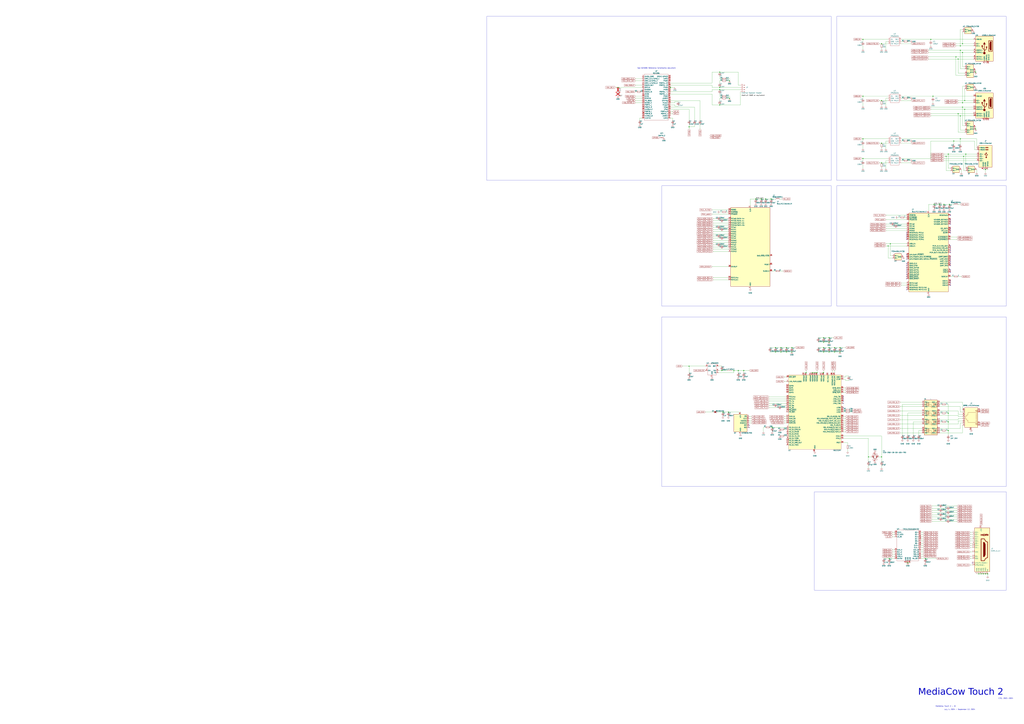
<source format=kicad_sch>
(kicad_sch (version 20231120) (generator "eeschema") (generator_version "8.0")
  (paper "A0")
  (junction (at 962.66 403.86))
  (junction (at 1117.6 60.96))
  (junction (at 1032.51 648.97))
  (junction (at 1098.55 181.61))
  (junction (at 1136.65 666.75))
  (junction (at 863.6 430.53))
  (junction (at 1096.01 237.49))
  (junction (at 1002.03 161.29))
  (junction (at 883.92 231.14))
  (junction (at 1139.19 666.75))
  (junction (at 1132.84 83.82))
  (junction (at 956.31 397.51))
  (junction (at 800.1 425.45))
  (junction (at 1120.14 127))
  (junction (at 1023.62 166.37))
  (junction (at 962.66 392.43))
  (junction (at 962.66 408.94))
  (junction (at 913.13 408.94))
  (junction (at 835.66 121.92))
  (junction (at 1031.24 285.75))
  (junction (at 1008.38 530.86))
  (junction (at 1083.31 111.76))
  (junction (at 969.01 403.86))
  (junction (at 1146.81 666.75))
  (junction (at 1002.03 45.72))
  (junction (at 895.35 231.14))
  (junction (at 956.31 403.86))
  (junction (at 835.66 101.6))
  (junction (at 900.43 403.86))
  (junction (at 1117.6 124.46))
  (junction (at 1115.06 161.29))
  (junction (at 906.78 408.94))
  (junction (at 1101.09 500.38))
  (junction (at 889 231.14))
  (junction (at 1002.03 111.76))
  (junction (at 956.31 408.94))
  (junction (at 1023.62 50.8))
  (junction (at 1054.1 654.05))
  (junction (at 906.78 403.86))
  (junction (at 852.17 430.53))
  (junction (at 1002.03 184.15))
  (junction (at 1118.87 181.61))
  (junction (at 943.61 433.07))
  (junction (at 877.57 231.14))
  (junction (at 913.13 403.86))
  (junction (at 1144.27 196.85))
  (junction (at 969.01 408.94))
  (junction (at 1101.09 480.06))
  (junction (at 857.25 430.53))
  (junction (at 1109.98 66.04))
  (junction (at 1023.62 189.23))
  (junction (at 1117.6 119.38))
  (junction (at 1101.09 179.07))
  (junction (at 847.09 114.3))
  (junction (at 975.36 403.86))
  (junction (at 900.43 408.94))
  (junction (at 1121.41 179.07))
  (junction (at 1144.27 666.75))
  (junction (at 1102.36 237.49))
  (junction (at 717.55 101.6))
  (junction (at 1023.62 116.84))
  (junction (at 962.66 397.51))
  (junction (at 946.15 433.07))
  (junction (at 838.2 430.53))
  (junction (at 839.47 478.79))
  (junction (at 1112.52 68.58))
  (junction (at 896.62 496.57))
  (junction (at 956.31 392.43))
  (junction (at 919.48 403.86))
  (junction (at 845.82 478.79))
  (junction (at 1107.44 163.83))
  (junction (at 835.66 83.82))
  (junction (at 1090.93 237.49))
  (junction (at 948.69 433.07))
  (junction (at 1141.73 666.75))
  (junction (at 1115.06 134.62))
  (junction (at 1117.6 50.8))
  (junction (at 800.1 147.32))
  (junction (at 956.31 433.07))
  (junction (at 778.51 101.6))
  (junction (at 1115.06 58.42))
  (junction (at 1080.77 45.72))
  (junction (at 1132.84 149.86))
  (junction (at 1120.14 116.84))
  (junction (at 847.09 93.98))
  (junction (at 1101.09 490.22))
  (junction (at 1115.06 53.34))
  (junction (at 1074.42 648.97))
  (junction (at 835.66 104.14))
  (junction (at 919.48 408.94))
  (junction (at 935.99 433.07))
  (junction (at 1084.58 237.49))
  (junction (at 1033.78 283.21))
  (junction (at 975.36 408.94))
  (junction (at 1112.52 132.08))
  (junction (at 1023.62 530.86))
  (no_connect (at 979.17 461.01))
  (no_connect (at 979.17 468.63))
  (no_connect (at 1103.63 316.23))
  (no_connect (at 869.95 496.57))
  (no_connect (at 1052.83 321.31))
  (no_connect (at 1103.63 326.39))
  (no_connect (at 1103.63 270.51))
  (no_connect (at 1052.83 306.07))
  (no_connect (at 1103.63 313.69))
  (no_connect (at 1103.63 257.81))
  (no_connect (at 1103.63 308.61))
  (no_connect (at 1129.03 654.05))
  (no_connect (at 1103.63 285.75))
  (no_connect (at 1103.63 298.45))
  (no_connect (at 1103.63 303.53))
  (no_connect (at 1052.83 278.13))
  (no_connect (at 1103.63 293.37))
  (no_connect (at 1103.63 260.35))
  (no_connect (at 1052.83 323.85))
  (no_connect (at 1052.83 311.15))
  (no_connect (at 1052.83 316.23))
  (no_connect (at 1052.83 334.01))
  (no_connect (at 1052.83 298.45))
  (no_connect (at 1052.83 273.05))
  (no_connect (at 1103.63 290.83))
  (no_connect (at 1103.63 306.07))
  (no_connect (at 1103.63 288.29))
  (no_connect (at 979.17 463.55))
  (no_connect (at 1052.83 308.61))
  (no_connect (at 869.95 494.03))
  (no_connect (at 1103.63 250.19))
  (no_connect (at 1103.63 267.97))
  (no_connect (at 1103.63 331.47))
  (no_connect (at 979.17 473.71))
  (no_connect (at 1103.63 328.93))
  (no_connect (at 1103.63 265.43))
  (no_connect (at 1103.63 255.27))
  (no_connect (at 1052.83 313.69))
  (no_connect (at 1052.83 318.77))
  (no_connect (at 1052.83 336.55))
  (no_connect (at 1052.83 295.91))
  (no_connect (at 1052.83 270.51))
  (no_connect (at 1103.63 300.99))
  (no_connect (at 1052.83 300.99))
  (no_connect (at 979.17 466.09))
  (no_connect (at 1052.83 275.59))
  (wire (pts (xy 826.77 243.84) (xy 845.82 243.84)))
  (wire (pts (xy 1112.52 487.68) (xy 1090.93 487.68)))
  (wire (pts (xy 834.39 425.45) (xy 838.2 425.45)))
  (wire (pts (xy 857.25 433.07) (xy 857.25 430.53)))
  (wire (pts (xy 835.66 111.76) (xy 835.66 109.22)))
  (wire (pts (xy 1126.49 641.35) (xy 1129.03 641.35)))
  (wire (pts (xy 828.04 325.12) (xy 845.82 325.12)))
  (wire (pts (xy 1134.11 666.75) (xy 1136.65 666.75)))
  (wire (pts (xy 1080.77 45.72) (xy 1080.77 46.99)))
  (wire (pts (xy 941.07 433.07) (xy 943.61 433.07)))
  (wire (pts (xy 1126.49 656.59) (xy 1129.03 656.59)))
  (wire (pts (xy 1101.09 195.58) (xy 1101.09 179.07)))
  (wire (pts (xy 1101.09 490.22) (xy 1101.09 480.06)))
  (wire (pts (xy 857.25 83.82) (xy 835.66 83.82)))
  (wire (pts (xy 1031.24 299.72) (xy 1031.24 285.75)))
  (wire (pts (xy 1045.21 497.84) (xy 1070.61 497.84)))
  (wire (pts (xy 838.2 111.76) (xy 835.66 111.76)))
  (wire (pts (xy 1117.6 60.96) (xy 1117.6 77.47)))
  (wire (pts (xy 1023.62 506.73) (xy 979.17 506.73)))
  (wire (pts (xy 1120.14 85.09) (xy 1112.52 85.09)))
  (wire (pts (xy 840.74 287.02) (xy 845.82 287.02)))
  (wire (pts (xy 1112.52 483.87) (xy 1117.6 483.87)))
  (wire (pts (xy 781.05 132.08) (xy 778.51 132.08)))
  (wire (pts (xy 1071.88 633.73) (xy 1069.34 633.73)))
  (wire (pts (xy 1046.48 50.8) (xy 1057.91 50.8)))
  (wire (pts (xy 838.2 430.53) (xy 844.55 430.53)))
  (wire (pts (xy 981.71 501.65) (xy 979.17 501.65)))
  (wire (pts (xy 1115.06 134.62) (xy 1115.06 151.13)))
  (wire (pts (xy 1071.88 621.03) (xy 1069.34 621.03)))
  (wire (pts (xy 1107.44 321.31) (xy 1103.63 321.31)))
  (wire (pts (xy 1023.62 50.8) (xy 1031.24 50.8)))
  (wire (pts (xy 1131.57 173.99) (xy 1131.57 163.83)))
  (wire (pts (xy 1103.63 590.55) (xy 1111.25 590.55)))
  (wire (pts (xy 1036.32 618.49) (xy 1038.86 618.49)))
  (wire (pts (xy 1082.04 588.01) (xy 1089.66 588.01)))
  (wire (pts (xy 1094.74 598.17) (xy 1111.25 598.17)))
  (wire (pts (xy 1117.6 481.33) (xy 1112.52 481.33)))
  (wire (pts (xy 819.15 478.79) (xy 828.04 478.79)))
  (wire (pts (xy 1026.16 648.97) (xy 1032.51 648.97)))
  (wire (pts (xy 1082.04 593.09) (xy 1089.66 593.09)))
  (wire (pts (xy 737.87 99.06) (xy 745.49 99.06)))
  (wire (pts (xy 872.49 486.41) (xy 869.95 486.41)))
  (wire (pts (xy 910.59 483.87) (xy 913.13 483.87)))
  (wire (pts (xy 1134.11 161.29) (xy 1134.11 171.45)))
  (wire (pts (xy 1080.77 132.08) (xy 1112.52 132.08)))
  (wire (pts (xy 1120.14 127) (xy 1130.3 127)))
  (wire (pts (xy 1054.1 480.06) (xy 1054.1 505.46)))
  (wire (pts (xy 1117.6 476.25) (xy 1117.6 467.36)))
  (wire (pts (xy 1096.01 179.07) (xy 1101.09 179.07)))
  (wire (pts (xy 910.59 488.95) (xy 913.13 488.95)))
  (wire (pts (xy 886.46 496.57) (xy 886.46 501.65)))
  (wire (pts (xy 1023.62 171.45) (xy 1023.62 172.72)))
  (wire (pts (xy 1000.76 45.72) (xy 1002.03 45.72)))
  (wire (pts (xy 1046.48 163.83) (xy 1049.02 163.83)))
  (wire (pts (xy 905.51 231.14) (xy 908.05 231.14)))
  (wire (pts (xy 1120.14 102.87) (xy 1120.14 116.84)))
  (wire (pts (xy 1126.49 626.11) (xy 1129.03 626.11)))
  (wire (pts (xy 956.31 392.43) (xy 962.66 392.43)))
  (wire (pts (xy 981.71 438.15) (xy 979.17 438.15)))
  (wire (pts (xy 1126.49 631.19) (xy 1129.03 631.19)))
  (wire (pts (xy 800.1 425.45) (xy 819.15 425.45)))
  (wire (pts (xy 910.59 506.73) (xy 913.13 506.73)))
  (wire (pts (xy 1134.11 196.85) (xy 1134.11 200.66)))
  (wire (pts (xy 966.47 430.53) (xy 966.47 433.07)))
  (wire (pts (xy 840.74 266.7) (xy 845.82 266.7)))
  (wire (pts (xy 783.59 118.11) (xy 787.4 118.11)))
  (wire (pts (xy 826.77 83.82) (xy 835.66 83.82)))
  (wire (pts (xy 1116.33 321.31) (xy 1112.52 321.31)))
  (wire (pts (xy 989.33 478.79) (xy 986.79 478.79)))
  (wire (pts (xy 1036.32 623.57) (xy 1038.86 623.57)))
  (wire (pts (xy 1070.61 480.06) (xy 1054.1 480.06)))
  (wire (pts (xy 1056.64 48.26) (xy 1054.1 48.26)))
  (wire (pts (xy 838.2 91.44) (xy 835.66 91.44)))
  (wire (pts (xy 1126.49 621.03) (xy 1129.03 621.03)))
  (wire (pts (xy 1023.62 166.37) (xy 1031.24 166.37)))
  (wire (pts (xy 828.04 269.24) (xy 845.82 269.24)))
  (wire (pts (xy 984.25 521.97) (xy 984.25 524.51)))
  (wire (pts (xy 1139.19 666.75) (xy 1141.73 666.75)))
  (wire (pts (xy 1066.8 500.38) (xy 1066.8 505.46)))
  (wire (pts (xy 1115.06 161.29) (xy 1115.06 167.64)))
  (wire (pts (xy 1050.29 252.73) (xy 1052.83 252.73)))
  (wire (pts (xy 1046.48 161.29) (xy 1115.06 161.29)))
  (wire (pts (xy 962.66 403.86) (xy 969.01 403.86)))
  (wire (pts (xy 828.04 254) (xy 831.85 254)))
  (wire (pts (xy 828.04 289.56) (xy 845.82 289.56)))
  (wire (pts (xy 877.57 231.14) (xy 883.92 231.14)))
  (wire (pts (xy 1112.52 481.33) (xy 1112.52 477.52)))
  (wire (pts (xy 895.35 231.14) (xy 900.43 231.14)))
  (wire (pts (xy 742.95 137.16) (xy 745.49 137.16)))
  (wire (pts (xy 1071.88 641.35) (xy 1069.34 641.35)))
  (wire (pts (xy 835.66 104.14) (xy 859.79 104.14)))
  (wire (pts (xy 1115.06 58.42) (xy 1115.06 80.01)))
  (wire (pts (xy 900.43 314.96) (xy 896.62 314.96)))
  (wire (pts (xy 871.22 231.14) (xy 871.22 238.76)))
  (wire (pts (xy 1051.56 654.05) (xy 1054.1 654.05)))
  (wire (pts (xy 981.71 491.49) (xy 979.17 491.49)))
  (wire (pts (xy 787.4 123.19) (xy 783.59 123.19)))
  (wire (pts (xy 1084.58 237.49) (xy 1090.93 237.49)))
  (wire (pts (xy 828.04 279.4) (xy 845.82 279.4)))
  (wire (pts (xy 1101.09 179.07) (xy 1121.41 179.07)))
  (wire (pts (xy 778.51 96.52) (xy 826.77 96.52)))
  (wire (pts (xy 1109.98 50.8) (xy 1117.6 50.8)))
  (wire (pts (xy 828.04 274.32) (xy 831.85 274.32)))
  (wire (pts (xy 1080.77 134.62) (xy 1115.06 134.62)))
  (wire (pts (xy 889 496.57) (xy 886.46 496.57)))
  (wire (pts (xy 1047.75 469.9) (xy 1070.61 469.9)))
  (wire (pts (xy 1028.7 283.21) (xy 1033.78 283.21)))
  (wire (pts (xy 1144.27 196.85) (xy 1144.27 200.66)))
  (wire (pts (xy 981.71 488.95) (xy 979.17 488.95)))
  (wire (pts (xy 1071.88 636.27) (xy 1069.34 636.27)))
  (wire (pts (xy 892.81 463.55) (xy 913.13 463.55)))
  (wire (pts (xy 742.95 139.7) (xy 742.95 137.16)))
  (wire (pts (xy 737.87 116.84) (xy 745.49 116.84)))
  (wire (pts (xy 1046.48 186.69) (xy 1049.02 186.69)))
  (wire (pts (xy 838.2 114.3) (xy 835.66 114.3)))
  (wire (pts (xy 800.1 127) (xy 778.51 127)))
  (wire (pts (xy 1023.62 506.73) (xy 1023.62 530.86)))
  (wire (pts (xy 1036.32 621.03) (xy 1038.86 621.03)))
  (wire (pts (xy 826.77 121.92) (xy 835.66 121.92)))
  (wire (pts (xy 800.1 147.32) (xy 800.1 144.78)))
  (wire (pts (xy 1023.62 55.88) (xy 1023.62 57.15)))
  (wire (pts (xy 1078.23 60.96) (xy 1117.6 60.96)))
  (wire (pts (xy 981.71 483.87) (xy 979.17 483.87)))
  (wire (pts (xy 1021.08 166.37) (xy 1023.62 166.37)))
  (wire (pts (xy 1117.6 502.92) (xy 1090.93 502.92)))
  (wire (pts (xy 1036.32 643.89) (xy 1038.86 643.89)))
  (wire (pts (xy 1046.48 331.47) (xy 1052.83 331.47)))
  (wire (pts (xy 1056.64 163.83) (xy 1054.1 163.83)))
  (wire (pts (xy 1002.03 186.69) (xy 1002.03 184.15)))
  (wire (pts (xy 981.71 440.69) (xy 979.17 440.69)))
  (wire (pts (xy 1045.21 467.36) (xy 1070.61 467.36)))
  (wire (pts (xy 1116.33 200.66) (xy 1116.33 196.85)))
  (wire (pts (xy 1098.55 181.61) (xy 1118.87 181.61)))
  (wire (pts (xy 1036.32 646.43) (xy 1038.86 646.43)))
  (wire (pts (xy 985.52 436.88) (xy 981.71 436.88)))
  (wire (pts (xy 1102.36 237.49) (xy 1107.44 237.49)))
  (wire (pts (xy 715.01 101.6) (xy 717.55 101.6)))
  (wire (pts (xy 981.71 476.25) (xy 979.17 476.25)))
  (wire (pts (xy 1096.01 186.69) (xy 1134.11 186.69)))
  (wire (pts (xy 1008.38 509.27) (xy 1008.38 530.86)))
  (wire (pts (xy 781.05 129.54) (xy 778.51 129.54)))
  (wire (pts (xy 835.66 91.44) (xy 835.66 88.9)))
  (wire (pts (xy 910.59 443.23) (xy 913.13 443.23)))
  (wire (pts (xy 1112.52 486.41) (xy 1112.52 487.68)))
  (wire (pts (xy 1098.55 198.12) (xy 1098.55 181.61)))
  (wire (pts (xy 1000.76 161.29) (xy 1002.03 161.29)))
  (wire (pts (xy 1093.47 490.22) (xy 1090.93 490.22)))
  (wire (pts (xy 1028.7 186.69) (xy 1031.24 186.69)))
  (wire (pts (xy 778.51 119.38) (xy 783.59 119.38)))
  (wire (pts (xy 1002.03 114.3) (xy 1002.03 111.76)))
  (wire (pts (xy 1070.61 500.38) (xy 1066.8 500.38)))
  (wire (pts (xy 847.09 114.3) (xy 843.28 114.3)))
  (wire (pts (xy 1047.75 505.46) (xy 1047.75 469.9)))
  (wire (pts (xy 778.51 106.68) (xy 826.77 106.68)))
  (wire (pts (xy 1136.65 666.75) (xy 1139.19 666.75)))
  (wire (pts (xy 1021.08 189.23) (xy 1023.62 189.23)))
  (wire (pts (xy 800.1 147.32) (xy 806.45 147.32)))
  (wire (pts (xy 1002.03 111.76) (xy 1031.24 111.76)))
  (wire (pts (xy 1080.77 53.34) (xy 1080.77 52.07)))
  (wire (pts (xy 894.08 408.94) (xy 900.43 408.94)))
  (wire (pts (xy 1023.62 116.84) (xy 1031.24 116.84)))
  (wire (pts (xy 1096.01 184.15) (xy 1134.11 184.15)))
  (wire (pts (xy 1132.84 81.28) (xy 1132.84 83.82)))
  (wire (pts (xy 826.77 101.6) (xy 835.66 101.6)))
  (wire (pts (xy 1093.47 500.38) (xy 1090.93 500.38)))
  (wire (pts (xy 806.45 124.46) (xy 806.45 139.7)))
  (wire (pts (xy 783.59 123.19) (xy 783.59 121.92)))
  (wire (pts (xy 812.8 139.7) (xy 812.8 116.84)))
  (wire (pts (xy 1094.74 593.09) (xy 1111.25 593.09)))
  (wire (pts (xy 1071.88 631.19) (xy 1069.34 631.19)))
  (wire (pts (xy 828.04 256.54) (xy 835.66 256.54)))
  (wire (pts (xy 892.81 473.71) (xy 902.97 473.71)))
  (wire (pts (xy 910.59 491.49) (xy 913.13 491.49)))
  (wire (pts (xy 1112.52 68.58) (xy 1112.52 85.09)))
  (wire (pts (xy 949.96 408.94) (xy 956.31 408.94)))
  (wire (pts (xy 908.05 473.71) (xy 913.13 473.71)))
  (wire (pts (xy 1033.78 283.21) (xy 1052.83 283.21)))
  (wire (pts (xy 781.05 137.16) (xy 778.51 137.16)))
  (wire (pts (xy 1046.48 184.15) (xy 1080.77 184.15)))
  (wire (pts (xy 1046.48 45.72) (xy 1080.77 45.72)))
  (wire (pts (xy 1096.01 237.49) (xy 1102.36 237.49)))
  (wire (pts (xy 1117.6 50.8) (xy 1130.3 50.8)))
  (wire (pts (xy 826.77 309.88) (xy 845.82 309.88)))
  (wire (pts (xy 1117.6 124.46) (xy 1117.6 146.05)))
  (wire (pts (xy 1078.23 58.42) (xy 1115.06 58.42)))
  (wire (pts (xy 1045.21 487.68) (xy 1070.61 487.68)))
  (wire (pts (xy 783.59 119.38) (xy 783.59 118.11)))
  (wire (pts (xy 1045.21 502.92) (xy 1070.61 502.92)))
  (wire (pts (xy 737.87 119.38) (xy 745.49 119.38)))
  (wire (pts (xy 1069.34 648.97) (xy 1074.42 648.97)))
  (wire (pts (xy 935.99 430.53) (xy 935.99 433.07)))
  (wire (pts (xy 1023.62 194.31) (xy 1023.62 195.58)))
  (wire (pts (xy 826.77 106.68) (xy 826.77 104.14)))
  (wire (pts (xy 1082.04 600.71) (xy 1098.55 600.71)))
  (wire (pts (xy 1036.32 641.35) (xy 1038.86 641.35)))
  (wire (pts (xy 910.59 486.41) (xy 913.13 486.41)))
  (wire (pts (xy 1008.38 530.86) (xy 1012.19 530.86)))
  (wire (pts (xy 1078.23 66.04) (xy 1109.98 66.04)))
  (wire (pts (xy 1082.04 595.63) (xy 1098.55 595.63)))
  (wire (pts (xy 1115.06 472.44) (xy 1115.06 478.79)))
  (wire (pts (xy 845.82 478.79) (xy 859.79 478.79)))
  (wire (pts (xy 826.77 104.14) (xy 835.66 104.14)))
  (wire (pts (xy 981.71 441.96) (xy 985.52 441.96)))
  (wire (pts (xy 1028.7 260.35) (xy 1033.78 260.35)))
  (wire (pts (xy 956.31 433.07) (xy 953.77 433.07)))
  (wire (pts (xy 1112.52 132.08) (xy 1130.3 132.08)))
  (wire (pts (xy 892.81 468.63) (xy 913.13 468.63)))
  (wire (pts (xy 737.87 106.68) (xy 739.14 106.68)))
  (wire (pts (xy 1046.48 166.37) (xy 1057.91 166.37)))
  (wire (pts (xy 1045.21 492.76) (xy 1070.61 492.76)))
  (wire (pts (xy 956.31 403.86) (xy 962.66 403.86)))
  (wire (pts (xy 1032.51 648.97) (xy 1038.86 648.97)))
  (wire (pts (xy 1071.88 646.43) (xy 1069.34 646.43)))
  (wire (pts (xy 828.04 287.02) (xy 835.66 287.02)))
  (wire (pts (xy 1002.03 172.72) (xy 1002.03 168.91)))
  (wire (pts (xy 1112.52 482.6) (xy 1090.93 482.6)))
  (wire (pts (xy 981.71 441.96) (xy 981.71 440.69)))
  (wire (pts (xy 840.74 256.54) (xy 845.82 256.54)))
  (wire (pts (xy 1098.55 500.38) (xy 1101.09 500.38)))
  (wire (pts (xy 902.97 471.17) (xy 913.13 471.17)))
  (wire (pts (xy 859.79 106.68) (xy 859.79 121.92)))
  (wire (pts (xy 778.51 101.6) (xy 778.51 104.14)))
  (wire (pts (xy 1071.88 623.57) (xy 1069.34 623.57)))
  (wire (pts (xy 981.71 436.88) (xy 981.71 438.15)))
  (wire (pts (xy 889 231.14) (xy 895.35 231.14)))
  (wire (pts (xy 900.43 408.94) (xy 906.78 408.94)))
  (wire (pts (xy 1112.52 119.38) (xy 1117.6 119.38)))
  (wire (pts (xy 1083.31 111.76) (xy 1083.31 113.03)))
  (wire (pts (xy 1078.23 237.49) (xy 1084.58 237.49)))
  (wire (pts (xy 1028.7 163.83) (xy 1031.24 163.83)))
  (wire (pts (xy 835.66 246.38) (xy 838.2 246.38)))
  (wire (pts (xy 910.59 438.15) (xy 913.13 438.15)))
  (wire (pts (xy 962.66 408.94) (xy 969.01 408.94)))
  (wire (pts (xy 1126.49 648.97) (xy 1129.03 648.97)))
  (wire (pts (xy 812.8 116.84) (xy 778.51 116.84)))
  (wire (pts (xy 1101.09 500.38) (xy 1101.09 490.22)))
  (wire (pts (xy 847.09 93.98) (xy 843.28 93.98)))
  (wire (pts (xy 836.93 274.32) (xy 845.82 274.32)))
  (wire (pts (xy 1115.06 134.62) (xy 1130.3 134.62)))
  (wire (pts (xy 783.59 101.6) (xy 778.51 101.6)))
  (wire (pts (xy 1028.7 172.72) (xy 1028.7 163.83)))
  (wire (pts (xy 984.25 516.89) (xy 984.25 514.35)))
  (wire (pts (xy 872.49 491.49) (xy 869.95 491.49)))
  (wire (pts (xy 1115.06 34.29) (xy 1115.06 53.34)))
  (wire (pts (xy 1002.03 123.19) (xy 1002.03 119.38)))
  (wire (pts (xy 1021.08 116.84) (xy 1023.62 116.84)))
  (wire (pts (xy 783.59 121.92) (xy 778.51 121.92)))
  (wire (pts (xy 967.74 392.43) (xy 962.66 392.43)))
  (wire (pts (xy 956.31 430.53) (xy 956.31 433.07)))
  (wire (pts (xy 1115.06 161.29) (xy 1134.11 161.29)))
  (wire (pts (xy 1132.84 147.32) (xy 1132.84 149.86)))
  (wire (pts (xy 1126.49 636.27) (xy 1129.03 636.27)))
  (wire (pts (xy 1028.7 262.89) (xy 1037.59 262.89)))
  (wire (pts (xy 969.01 403.86) (xy 975.36 403.86)))
  (wire (pts (xy 869.95 430.53) (xy 863.6 430.53)))
  (wire (pts (xy 892.81 471.17) (xy 897.89 471.17)))
  (wire (pts (xy 1002.03 161.29) (xy 1031.24 161.29)))
  (wire (pts (xy 828.04 259.08) (xy 845.82 259.08)))
  (wire (pts (xy 859.79 121.92) (xy 835.66 121.92)))
  (wire (pts (xy 843.28 111.76) (xy 847.09 111.76)))
  (wire (pts (xy 1078.23 245.11) (xy 1078.23 237.49)))
  (wire (pts (xy 1101.09 480.06) (xy 1098.55 480.06)))
  (wire (pts (xy 896.62 496.57) (xy 913.13 496.57)))
  (wire (pts (xy 1103.63 275.59) (xy 1111.25 275.59)))
  (wire (pts (xy 1112.52 116.84) (xy 1120.14 116.84)))
  (wire (pts (xy 1120.14 77.47) (xy 1117.6 77.47)))
  (wire (pts (xy 981.71 499.11) (xy 979.17 499.11)))
  (wire (pts (xy 1002.03 184.15) (xy 1031.24 184.15)))
  (wire (pts (xy 1096.01 181.61) (xy 1098.55 181.61)))
  (wire (pts (xy 1023.62 530.86) (xy 1019.81 530.86)))
  (wire (pts (xy 835.66 114.3) (xy 835.66 116.84)))
  (wire (pts (xy 1109.98 66.04) (xy 1130.3 66.04)))
  (wire (pts (xy 1080.77 124.46) (xy 1117.6 124.46)))
  (wire (pts (xy 969.01 430.53) (xy 969.01 433.07)))
  (wire (pts (xy 1112.52 132.08) (xy 1112.52 153.67)))
  (wire (pts (xy 835.66 101.6) (xy 859.79 101.6)))
  (wire (pts (xy 847.09 91.44) (xy 847.09 93.98)))
  (wire (pts (xy 737.87 114.3) (xy 745.49 114.3)))
  (wire (pts (xy 906.78 408.94) (xy 913.13 408.94)))
  (wire (pts (xy 1031.24 285.75) (xy 1052.83 285.75)))
  (wire (pts (xy 1082.04 598.17) (xy 1089.66 598.17)))
  (wire (pts (xy 800.1 433.07) (xy 800.1 425.45)))
  (wire (pts (xy 981.71 455.93) (xy 979.17 455.93)))
  (wire (pts (xy 1112.52 237.49) (xy 1115.06 237.49)))
  (wire (pts (xy 1117.6 100.33) (xy 1117.6 119.38)))
  (wire (pts (xy 1103.63 278.13) (xy 1111.25 278.13)))
  (wire (pts (xy 1021.08 50.8) (xy 1023.62 50.8)))
  (wire (pts (xy 1120.14 153.67) (xy 1112.52 153.67)))
  (wire (pts (xy 1002.03 163.83) (xy 1002.03 161.29)))
  (wire (pts (xy 1036.32 299.72) (xy 1031.24 299.72)))
  (wire (pts (xy 877.57 231.14) (xy 871.22 231.14)))
  (wire (pts (xy 1023.62 121.92) (xy 1023.62 123.19)))
  (wire (pts (xy 737.87 91.44) (xy 745.49 91.44)))
  (wire (pts (xy 1000.76 111.76) (xy 1002.03 111.76)))
  (wire (pts (xy 1090.93 237.49) (xy 1096.01 237.49)))
  (wire (pts (xy 981.71 453.39) (xy 979.17 453.39)))
  (wire (pts (xy 981.71 486.41) (xy 979.17 486.41)))
  (wire (pts (xy 981.71 494.03) (xy 979.17 494.03)))
  (wire (pts (xy 826.77 109.22) (xy 826.77 121.92)))
  (wire (pts (xy 1083.31 111.76) (xy 1130.3 111.76)))
  (wire (pts (xy 943.61 433.07) (xy 946.15 433.07)))
  (wire (pts (xy 833.12 478.79) (xy 839.47 478.79)))
  (wire (pts (xy 1121.41 198.12) (xy 1118.87 198.12)))
  (wire (pts (xy 828.04 264.16) (xy 831.85 264.16)))
  (wire (pts (xy 1112.52 483.87) (xy 1112.52 482.6)))
  (wire (pts (xy 834.39 430.53) (xy 838.2 430.53)))
  (wire (pts (xy 969.01 408.94) (xy 975.36 408.94)))
  (wire (pts (xy 1045.21 482.6) (xy 1070.61 482.6)))
  (wire (pts (xy 1042.67 252.73) (xy 1045.21 252.73)))
  (wire (pts (xy 1103.63 605.79) (xy 1111.25 605.79)))
  (wire (pts (xy 1112.52 492.76) (xy 1112.52 488.95)))
  (wire (pts (xy 1046.48 114.3) (xy 1049.02 114.3)))
  (wire (pts (xy 1090.93 492.76) (xy 1112.52 492.76)))
  (wire (pts (xy 949.96 392.43) (xy 956.31 392.43)))
  (wire (pts (xy 1008.38 543.56) (xy 1008.38 541.02)))
  (wire (pts (xy 1080.77 163.83) (xy 1080.77 184.15)))
  (wire (pts (xy 778.51 99.06) (xy 826.77 99.06)))
  (wire (pts (xy 1071.88 626.11) (xy 1069.34 626.11)))
  (wire (pts (xy 1071.88 643.89) (xy 1069.34 643.89)))
  (wire (pts (xy 852.17 433.07) (xy 834.39 433.07)))
  (wire (pts (xy 1126.49 618.49) (xy 1129.03 618.49)))
  (wire (pts (xy 1033.78 297.18) (xy 1033.78 283.21)))
  (wire (pts (xy 828.04 276.86) (xy 835.66 276.86)))
  (wire (pts (xy 1042.67 262.89) (xy 1052.83 262.89)))
  (wire (pts (xy 744.22 106.68) (xy 745.49 106.68)))
  (wire (pts (xy 1028.7 267.97) (xy 1052.83 267.97)))
  (wire (pts (xy 1036.32 638.81) (xy 1038.86 638.81)))
  (wire (pts (xy 800.1 139.7) (xy 800.1 127)))
  (wire (pts (xy 1115.06 58.42) (xy 1130.3 58.42)))
  (wire (pts (xy 1120.14 87.63) (xy 1109.98 87.63)))
  (wire (pts (xy 1115.06 53.34) (xy 1130.3 53.34)))
  (wire (pts (xy 1082.04 590.55) (xy 1098.55 590.55)))
  (wire (pts (xy 1046.48 328.93) (xy 1052.83 328.93)))
  (wire (pts (xy 1093.47 469.9) (xy 1090.93 469.9)))
  (wire (pts (xy 984.25 514.35) (xy 979.17 514.35)))
  (wire (pts (xy 913.13 408.94) (xy 919.48 408.94)))
  (wire (pts (xy 1046.48 111.76) (xy 1083.31 111.76)))
  (wire (pts (xy 894.08 403.86) (xy 900.43 403.86)))
  (wire (pts (xy 843.28 91.44) (xy 847.09 91.44)))
  (wire (pts (xy 859.79 99.06) (xy 857.25 99.06)))
  (wire (pts (xy 1028.7 250.19) (xy 1052.83 250.19)))
  (wire (pts (xy 1109.98 53.34) (xy 1115.06 53.34)))
  (wire (pts (xy 913.13 403.86) (xy 919.48 403.86)))
  (wire (pts (xy 1120.14 80.01) (xy 1115.06 80.01)))
  (wire (pts (xy 1002.03 48.26) (xy 1002.03 45.72)))
  (wire (pts (xy 863.6 430.53) (xy 857.25 430.53)))
  (wire (pts (xy 1109.98 66.04) (xy 1109.98 87.63)))
  (wire (pts (xy 826.77 96.52) (xy 826.77 83.82)))
  (wire (pts (xy 840.74 276.86) (xy 845.82 276.86)))
  (wire (pts (xy 1101.09 500.38) (xy 1101.09 505.46)))
  (wire (pts (xy 1120.14 100.33) (xy 1117.6 100.33)))
  (wire (pts (xy 1117.6 124.46) (xy 1130.3 124.46)))
  (wire (pts (xy 1071.88 638.81) (xy 1069.34 638.81)))
  (wire (pts (xy 1080.77 163.83) (xy 1107.44 163.83)))
  (wire (pts (xy 1028.7 195.58) (xy 1028.7 186.69)))
  (wire (pts (xy 1101.09 469.9) (xy 1101.09 480.06)))
  (wire (pts (xy 1141.73 666.75) (xy 1144.27 666.75)))
  (wire (pts (xy 1094.74 588.01) (xy 1111.25 588.01)))
  (wire (pts (xy 1046.48 116.84) (xy 1057.91 116.84)))
  (wire (pts (xy 1074.42 648.97) (xy 1087.12 648.97)))
  (wire (pts (xy 843.28 246.38) (xy 845.82 246.38)))
  (wire (pts (xy 906.78 403.86) (xy 913.13 403.86)))
  (wire (pts (xy 1054.1 654.05) (xy 1056.64 654.05)))
  (wire (pts (xy 948.69 433.07) (xy 946.15 433.07)))
  (wire (pts (xy 1090.93 472.44) (xy 1115.06 472.44)))
  (wire (pts (xy 883.92 231.14) (xy 889 231.14)))
  (wire (pts (xy 1023.62 189.23) (xy 1031.24 189.23)))
  (wire (pts (xy 1038.86 260.35) (xy 1052.83 260.35)))
  (wire (pts (xy 1071.88 618.49) (xy 1069.34 618.49)))
  (wire (pts (xy 989.33 476.25) (xy 986.79 476.25)))
  (wire (pts (xy 1126.49 646.43) (xy 1129.03 646.43)))
  (wire (pts (xy 1028.7 57.15) (xy 1028.7 48.26)))
  (wire (pts (xy 1023.62 543.56) (xy 1023.62 541.02)))
  (wire (pts (xy 1028.7 285.75) (xy 1031.24 285.75)))
  (wire (pts (xy 836.93 264.16) (xy 845.82 264.16)))
  (wire (pts (xy 1117.6 34.29) (xy 1115.06 34.29)))
  (wire (pts (xy 838.2 93.98) (xy 835.66 93.98)))
  (wire (pts (xy 1146.81 669.29) (xy 1146.81 666.75)))
  (wire (pts (xy 981.71 478.79) (xy 979.17 478.79)))
  (wire (pts (xy 1117.6 36.83) (xy 1117.6 50.8)))
  (wire (pts (xy 1046.48 48.26) (xy 1049.02 48.26)))
  (wire (pts (xy 1090.93 497.84) (xy 1115.06 497.84)))
  (wire (pts (xy 1083.31 119.38) (xy 1083.31 118.11)))
  (wire (pts (xy 1103.63 595.63) (xy 1111.25 595.63)))
  (wire (pts (xy 948.69 430.53) (xy 948.69 433.07)))
  (wire (pts (xy 979.17 450.85) (xy 981.71 450.85)))
  (wire (pts (xy 1028.7 265.43) (xy 1052.83 265.43)))
  (wire (pts (xy 781.05 139.7) (xy 781.05 137.16)))
  (wire (pts (xy 828.04 292.1) (xy 845.82 292.1)))
  (wire (pts (xy 1028.7 114.3) (xy 1031.24 114.3)))
  (wire (pts (xy 1046.48 189.23) (xy 1057.91 189.23)))
  (wire (pts (xy 1056.64 186.69) (xy 1054.1 186.69)))
  (wire (pts (xy 1045.21 477.52) (xy 1070.61 477.52)))
  (wire (pts (xy 835.66 93.98) (xy 835.66 96.52)))
  (wire (pts (xy 1000.76 184.15) (xy 1002.03 184.15)))
  (wire (pts (xy 792.48 425.45) (xy 800.1 425.45)))
  (wire (pts (xy 1002.03 195.58) (xy 1002.03 191.77)))
  (wire (pts (xy 1121.41 179.07) (xy 1134.11 179.07)))
  (wire (pts (xy 933.45 433.07) (xy 935.99 433.07)))
  (wire (pts (xy 828.04 281.94) (xy 845.82 281.94)))
  (wire (pts (xy 923.29 403.86) (xy 919.48 403.86)))
  (wire (pts (xy 1098.55 469.9) (xy 1101.09 469.9)))
  (wire (pts (xy 1082.04 605.79) (xy 1098.55 605.79)))
  (wire (pts (xy 1117.6 486.41) (xy 1112.52 486.41)))
  (wire (pts (xy 1082.04 603.25) (xy 1089.66 603.25)))
  (wire (pts (xy 826.77 248.92) (xy 845.82 248.92)))
  (wire (pts (xy 1112.52 488.95) (xy 1117.6 488.95)))
  (wire (pts (xy 1103.63 195.58) (xy 1101.09 195.58)))
  (wire (pts (xy 1078.23 68.58) (xy 1112.52 68.58)))
  (wire (pts (xy 1144.27 196.85) (xy 1146.81 196.85)))
  (wire (pts (xy 828.04 261.62) (xy 845.82 261.62)))
  (wire (pts (xy 1118.87 181.61) (xy 1134.11 181.61)))
  (wire (pts (xy 956.31 408.94) (xy 962.66 408.94)))
  (wire (pts (xy 1008.38 530.86) (xy 1008.38 535.94)))
  (wire (pts (xy 852.17 430.53) (xy 857.25 430.53)))
  (wire (pts (xy 828.04 271.78) (xy 845.82 271.78)))
  (wire (pts (xy 1117.6 494.03) (xy 1117.6 502.92)))
  (wire (pts (xy 1115.06 491.49) (xy 1117.6 491.49)))
  (wire (pts (xy 1060.45 505.46) (xy 1060.45 490.22)))
  (wire (pts (xy 1080.77 127) (xy 1120.14 127)))
  (wire (pts (xy 981.71 403.86) (xy 975.36 403.86)))
  (wire (pts (xy 892.81 461.01) (xy 913.13 461.01)))
  (wire (pts (xy 847.09 111.76) (xy 847.09 114.3)))
  (wire (pts (xy 1036.32 297.18) (xy 1033.78 297.18)))
  (wire (pts (xy 1117.6 60.96) (xy 1130.3 60.96)))
  (wire (pts (xy 828.04 322.58) (xy 845.82 322.58)))
  (wire (pts (xy 1126.49 633.73) (xy 1129.03 633.73)))
  (wire (pts (xy 1120.14 146.05) (xy 1117.6 146.05)))
  (wire (pts (xy 836.93 284.48) (xy 845.82 284.48)))
  (wire (pts (xy 894.08 496.57) (xy 896.62 496.57)))
  (wire (pts (xy 1028.7 255.27) (xy 1052.83 255.27)))
  (wire (pts (xy 1144.27 196.85) (xy 1141.73 196.85)))
  (wire (pts (xy 900.43 403.86) (xy 906.78 403.86)))
  (wire (pts (xy 1118.87 181.61) (xy 1118.87 198.12)))
  (wire (pts (xy 1094.74 603.25) (xy 1111.25 603.25)))
  (wire (pts (xy 863.6 430.53) (xy 863.6 433.07)))
  (wire (pts (xy 949.96 403.86) (xy 956.31 403.86)))
  (wire (pts (xy 826.77 99.06) (xy 826.77 101.6)))
  (wire (pts (xy 778.51 124.46) (xy 806.45 124.46)))
  (wire (pts (xy 737.87 93.98) (xy 745.49 93.98)))
  (wire (pts (xy 909.32 314.96) (xy 905.51 314.96)))
  (wire (pts (xy 1115.06 478.79) (xy 1117.6 478.79)))
  (wire (pts (xy 949.96 397.51) (xy 956.31 397.51)))
  (wire (pts (xy 828.04 266.7) (xy 835.66 266.7)))
  (wire (pts (xy 1134.11 173.99) (xy 1131.57 173.99)))
  (wire (pts (xy 836.93 254) (xy 845.82 254)))
  (wire (pts (xy 778.51 109.22) (xy 826.77 109.22)))
  (wire (pts (xy 1002.03 57.15) (xy 1002.03 53.34)))
  (wire (pts (xy 1090.93 467.36) (xy 1117.6 467.36)))
  (wire (pts (xy 981.71 496.57) (xy 979.17 496.57)))
  (wire (pts (xy 1103.63 198.12) (xy 1098.55 198.12)))
  (wire (pts (xy 872.49 488.95) (xy 869.95 488.95)))
  (wire (pts (xy 1002.03 45.72) (xy 1031.24 45.72)))
  (wire (pts (xy 849.63 430.53) (xy 852.17 430.53)))
  (wire (pts (xy 1112.52 68.58) (xy 1130.3 68.58)))
  (wire (pts (xy 1107.44 163.83) (xy 1107.44 167.64)))
  (wire (pts (xy 812.8 144.78) (xy 812.8 149.86)))
  (wire (pts (xy 1112.52 477.52) (xy 1090.93 477.52)))
  (wire (pts (xy 1131.57 163.83) (xy 1107.44 163.83)))
  (wire (pts (xy 717.55 101.6) (xy 745.49 101.6)))
  (wire (pts (xy 1023.62 530.86) (xy 1023.62 535.94)))
  (wire (pts (xy 1120.14 116.84) (xy 1130.3 116.84)))
  (wire (pts (xy 1008.38 509.27) (xy 979.17 509.27)))
  (wire (pts (xy 1098.55 490.22) (xy 1101.09 490.22)))
  (wire (pts (xy 1071.88 628.65) (xy 1069.34 628.65)))
  (wire (pts (xy 910.59 499.11) (xy 913.13 499.11)))
  (wire (pts (xy 857.25 99.06) (xy 857.25 83.82)))
  (wire (pts (xy 1126.49 623.57) (xy 1129.03 623.57)))
  (wire (pts (xy 1144.27 666.75) (xy 1146.81 666.75)))
  (wire (pts (xy 852.17 430.53) (xy 852.17 433.07)))
  (wire (pts (xy 1120.14 127) (xy 1120.14 143.51)))
  (wire (pts (xy 1121.41 179.07) (xy 1121.41 195.58)))
  (wire (pts (xy 1120.14 151.13) (xy 1115.06 151.13)))
  (wire (pts (xy 1080.77 45.72) (xy 1130.3 45.72)))
  (wire (pts (xy 737.87 111.76) (xy 745.49 111.76)))
  (wire (pts (xy 1028.7 48.26) (xy 1031.24 48.26)))
  (wire (pts (xy 1117.6 119.38) (xy 1130.3 119.38)))
  (wire (pts (xy 806.45 147.32) (xy 806.45 144.78)))
  (wire (pts (xy 839.47 478.79) (xy 845.82 478.79)))
  (wire (pts (xy 1056.64 114.3) (xy 1054.1 114.3)))
  (wire (pts (xy 1028.7 123.19) (xy 1028.7 114.3)))
  (wire (pts (xy 892.81 466.09) (xy 913.13 466.09)))
  (wire (pts (xy 1115.06 497.84) (xy 1115.06 491.49)))
  (wire (pts (xy 1060.45 490.22) (xy 1070.61 490.22)))
  (wire (pts (xy 956.31 397.51) (xy 962.66 397.51)))
  (wire (pts (xy 800.1 147.32) (xy 800.1 149.86)))
  (wire (pts (xy 1045.21 472.44) (xy 1070.61 472.44)))
  (wire (pts (xy 1103.63 600.71) (xy 1111.25 600.71)))
  (wire (pts (xy 1126.49 628.65) (xy 1129.03 628.65)))
  (wire (pts (xy 872.49 483.87) (xy 869.95 483.87)))
  (wire (pts (xy 1093.47 480.06) (xy 1090.93 480.06)))
  (wire (pts (xy 828.04 284.48) (xy 831.85 284.48)))
  (rectangle (start 971.55 19.05) (end 1168.4 209.55))
  (rectangle (start 565.15 19.05) (end 965.2 209.55))
  (rectangle (start 971.55 215.9) (end 1168.4 355.6))
  (rectangle (start 768.35 215.9) (end 965.2 355.6))
  (rectangle (start 945.515 571.5) (end 1168.4 685.8))
  (rectangle (start 768.35 368.3) (end 1168.4 565.15))
  (text "MediaCow Touch 2 - IO" (at 1098.042 820.674 0) (effects (font (size 1.27 1.27))))
  (text "See 92HD95 Reference Schematics document" (at 762.254 79.248 0) (effects (font (size 1.27 1.27))))
  (text "MediaCow Touch 2" (at 1115.568 806.196 0) (effects (font (size 7.62 7.62))))
  (text "July 4, 2024 - September 12, 2024\n" (at 1114.298 824.484 0) (effects (font (size 1.27 1.27))))
  (text "CTCL 2021-2024" (at 1167.892 811.53 0) (effects (font (size 1.27 1.27))))
  (label "M2E_3V3" (at 1084.58 237.49 0))
  (label "Adafruit 1669 or equivalent" (at 861.06 111.76 0))
  (label "M2M_3V3" (at 877.57 231.14 0))
  (global_label "LAN_FLSH_CS" (shape input) (at 872.49 483.87 0) (property "Intersheetrefs" "${INTERSHEET_REFS}" (effects (hide yes))))
  (global_label "DDIB_TX0_N" (shape input) (at 1082.04 590.55 180) (property "Intersheetrefs" "${INTERSHEET_REFS}" (effects (hide yes))))
  (global_label "USB_EXT3_FLT" (shape input) (at 1057.91 189.23 0) (property "Intersheetrefs" "${INTERSHEET_REFS}" (effects (hide yes))))
  (global_label "LAN_0V9" (shape input) (at 981.71 403.86 0) (property "Intersheetrefs" "${INTERSHEET_REFS}" (effects (hide yes))))
  (global_label "PCIE_M2M_TX1_P" (shape input) (at 828.04 264.16 180) (property "Intersheetrefs" "${INTERSHEET_REFS}" (effects (hide yes))))
  (global_label "DDIB_TX1_P_CN" (shape input) (at 1071.88 623.57 0) (property "Intersheetrefs" "${INTERSHEET_REFS}" (effects (hide yes))))
  (global_label "LAN_3V3" (shape input) (at 869.95 430.53 0) (property "Intersheetrefs" "${INTERSHEET_REFS}" (effects (hide yes))))
  (global_label "CPVSS" (shape input) (at 800.1 149.86 270) (property "Intersheetrefs" "${INTERSHEET_REFS}" (effects (hide yes))))
  (global_label "SMEC_VDD" (shape input) (at 1036.32 618.49 180) (property "Intersheetrefs" "${INTERSHEET_REFS}" (effects (hide yes))))
  (global_label "LAN_FLSH_CS" (shape input) (at 910.59 491.49 180) (property "Intersheetrefs" "${INTERSHEET_REFS}" (effects (hide yes))))
  (global_label "PCIE_PLTRST" (shape input) (at 826.77 243.84 180) (property "Intersheetrefs" "${INTERSHEET_REFS}" (effects (hide yes))))
  (global_label "LAN_MDI_2_P" (shape input) (at 1045.21 487.68 180) (property "Intersheetrefs" "${INTERSHEET_REFS}" (effects (hide yes))))
  (global_label "DDIB_TX0_P_CN" (shape input) (at 1071.88 618.49 0) (property "Intersheetrefs" "${INTERSHEET_REFS}" (effects (hide yes))))
  (global_label "DDIB_SDA_CN" (shape input) (at 1071.88 643.89 0) (property "Intersheetrefs" "${INTERSHEET_REFS}" (effects (hide yes))))
  (global_label "DDIB_TX3_P_CN" (shape input) (at 1071.88 633.73 0) (property "Intersheetrefs" "${INTERSHEET_REFS}" (effects (hide yes))))
  (global_label "HP_L" (shape input) (at 781.05 132.08 0) (property "Intersheetrefs" "${INTERSHEET_REFS}" (effects (hide yes))))
  (global_label "USB_EXT1_EN" (shape input) (at 1021.08 116.84 180) (property "Intersheetrefs" "${INTERSHEET_REFS}" (effects (hide yes))))
  (global_label "PCIE_M2M_RX0_N" (shape input) (at 828.04 261.62 180) (property "Intersheetrefs" "${INTERSHEET_REFS}" (effects (hide yes))))
  (global_label "PCIE_M2E_TX0_P" (shape input) (at 1028.7 260.35 180) (property "Intersheetrefs" "${INTERSHEET_REFS}" (effects (hide yes))))
  (global_label "PCIE_M2E_TX0_N" (shape input) (at 1028.7 262.89 180) (property "Intersheetrefs" "${INTERSHEET_REFS}" (effects (hide yes))))
  (global_label "DDIB_SCL" (shape input) (at 1036.32 641.35 180) (property "Intersheetrefs" "${INTERSHEET_REFS}" (effects (hide yes))))
  (global_label "PCIE_LAN_TX_P" (shape input) (at 892.81 471.17 180) (property "Intersheetrefs" "${INTERSHEET_REFS}" (effects (hide yes))))
  (global_label "USB_EXT0_SSTX1P" (shape input) (at 1078.23 68.58 180) (property "Intersheetrefs" "${INTERSHEET_REFS}" (effects (hide yes))))
  (global_label "USB_EXT0_SSTX1N" (shape input) (at 1078.23 66.04 180) (property "Intersheetrefs" "${INTERSHEET_REFS}" (effects (hide yes))))
  (global_label "DDIB_TX2_P_CN" (shape input) (at 1111.25 598.17 0) (property "Intersheetrefs" "${INTERSHEET_REFS}" (effects (hide yes))))
  (global_label "USB_5V" (shape input) (at 1000.76 184.15 180) (property "Intersheetrefs" "${INTERSHEET_REFS}" (effects (hide yes))))
  (global_label "DDIB_TX2_N_CN" (shape input) (at 1111.25 600.71 0) (property "Intersheetrefs" "${INTERSHEET_REFS}" (effects (hide yes))))
  (global_label "DDIB_TX3_P" (shape input) (at 1082.04 603.25 180) (property "Intersheetrefs" "${INTERSHEET_REFS}" (effects (hide yes))))
  (global_label "HDA_BCLK" (shape input) (at 715.01 101.6 180) (property "Intersheetrefs" "${INTERSHEET_REFS}" (effects (hide yes))))
  (global_label "LAN_MDI_0_P" (shape input) (at 981.71 483.87 0) (property "Intersheetrefs" "${INTERSHEET_REFS}" (effects (hide yes))))
  (global_label "DDIB_TX2_N" (shape input) (at 1082.04 600.71 180) (property "Intersheetrefs" "${INTERSHEET_REFS}" (effects (hide yes))))
  (global_label "HP_R" (shape input) (at 781.05 129.54 0) (property "Intersheetrefs" "${INTERSHEET_REFS}" (effects (hide yes))))
  (global_label "M2E_WDISABLE2" (shape input) (at 1111.25 278.13 0) (property "Intersheetrefs" "${INTERSHEET_REFS}" (effects (hide yes))))
  (global_label "DDIB_SCL_CN" (shape input) (at 1126.49 646.43 180) (property "Intersheetrefs" "${INTERSHEET_REFS}" (effects (hide yes))))
  (global_label "HDA_SENSE_A" (shape input) (at 737.87 119.38 180) (property "Intersheetrefs" "${INTERSHEET_REFS}" (effects (hide yes))))
  (global_label "USB_5V" (shape input) (at 1000.76 161.29 180) (property "Intersheetrefs" "${INTERSHEET_REFS}" (effects (hide yes))))
  (global_label "CPVSS" (shape input) (at 812.8 149.86 270) (property "Intersheetrefs" "${INTERSHEET_REFS}" (effects (hide yes))))
  (global_label "PCIE_LAN_RX_P" (shape input) (at 892.81 466.09 180) (property "Intersheetrefs" "${INTERSHEET_REFS}" (effects (hide yes))))
  (global_label "LAN_LINK" (shape input) (at 989.33 478.79 0) (property "Intersheetrefs" "${INTERSHEET_REFS}" (effects (hide yes))))
  (global_label "LAN_MDI_3_N" (shape input) (at 981.71 501.65 0) (property "Intersheetrefs" "${INTERSHEET_REFS}" (effects (hide yes))))
  (global_label "PCIE_M2M_RX3_P" (shape input) (at 828.04 289.56 180) (property "Intersheetrefs" "${INTERSHEET_REFS}" (effects (hide yes))))
  (global_label "DDIB_CEC_CN" (shape input) (at 1071.88 638.81 0) (property "Intersheetrefs" "${INTERSHEET_REFS}" (effects (hide yes))))
  (global_label "DDIB_5V_CN" (shape input) (at 1087.12 648.97 0) (property "Intersheetrefs" "${INTERSHEET_REFS}" (effects (hide yes))))
  (global_label "M2E_WDISABLE1" (shape input) (at 1111.25 275.59 0) (property "Intersheetrefs" "${INTERSHEET_REFS}" (effects (hide yes))))
  (global_label "USB_EXT1_SSRX1P" (shape input) (at 1080.77 127 180) (property "Intersheetrefs" "${INTERSHEET_REFS}" (effects (hide yes))))
  (global_label "LAN_1V5" (shape input) (at 956.31 430.53 90) (property "Intersheetrefs" "${INTERSHEET_REFS}" (effects (hide yes))))
  (global_label "LAN_MDI_0_N" (shape input) (at 981.71 486.41 0) (property "Intersheetrefs" "${INTERSHEET_REFS}" (effects (hide yes))))
  (global_label "DDIB_TX1_N_CN" (shape input) (at 1071.88 626.11 0) (property "Intersheetrefs" "${INTERSHEET_REFS}" (effects (hide yes))))
  (global_label "LAN_MDI_1_N" (shape input) (at 981.71 491.49 0) (property "Intersheetrefs" "${INTERSHEET_REFS}" (effects (hide yes))))
  (global_label "PCIE_M2M_TX0_P" (shape input) (at 828.04 254 180) (property "Intersheetrefs" "${INTERSHEET_REFS}" (effects (hide yes))))
  (global_label "DDIB_TX0_N_CN" (shape input) (at 1071.88 621.03 0) (property "Intersheetrefs" "${INTERSHEET_REFS}" (effects (hide yes))))
  (global_label "PCIE_M2M_REF_N" (shape input) (at 828.04 325.12 180) (property "Intersheetrefs" "${INTERSHEET_REFS}" (effects (hide yes))))
  (global_label "SYS_SMB_SCL" (shape input) (at 981.71 453.39 0) (property "Intersheetrefs" "${INTERSHEET_REFS}" (effects (hide yes))))
  (global_label "LAN_MDI_1_N" (shape input) (at 1045.21 482.6 180) (property "Intersheetrefs" "${INTERSHEET_REFS}" (effects (hide yes))))
  (global_label "M2_3V3" (shape input) (at 908.05 231.14 0) (property "Intersheetrefs" "${INTERSHEET_REFS}" (effects (hide yes))))
  (global_label "LAN_3V3" (shape input) (at 1137.92 494.03 0) (property "Intersheetrefs" "${INTERSHEET_REFS}" (effects (hide yes))))
  (global_label "HDA_DMIC_CLK" (shape input) (at 737.87 91.44 180) (property "Intersheetrefs" "${INTERSHEET_REFS}" (effects (hide yes))))
  (global_label "DDIB_5V_CN" (shape input) (at 1139.19 610.87 90) (property "Intersheetrefs" "${INTERSHEET_REFS}" (effects (hide yes))))
  (global_label "USB_EXT2_EN" (shape input) (at 1021.08 166.37 180) (property "Intersheetrefs" "${INTERSHEET_REFS}" (effects (hide yes))))
  (global_label "DDIB_HPD" (shape input) (at 1036.32 646.43 180) (property "Intersheetrefs" "${INTERSHEET_REFS}" (effects (hide yes))))
  (global_label "VSYS" (shape input) (at 792.48 425.45 180) (property "Intersheetrefs" "${INTERSHEET_REFS}" (effects (hide yes))))
  (global_label "LAN_ACT" (shape input) (at 989.33 476.25 0) (property "Intersheetrefs" "${INTERSHEET_REFS}" (effects (hide yes))))
  (global_label "DDIB_TX1_P_CN" (shape input) (at 1111.25 593.09 0) (property "Intersheetrefs" "${INTERSHEET_REFS}" (effects (hide yes))))
  (global_label "HDA_DMIC_DAT" (shape input) (at 737.87 93.98 180) (property "Intersheetrefs" "${INTERSHEET_REFS}" (effects (hide yes))))
  (global_label "M2_3V3" (shape input) (at 1115.06 237.49 0) (property "Intersheetrefs" "${INTERSHEET_REFS}" (effects (hide yes))))
  (global_label "LS_OE" (shape input) (at 1036.32 623.57 180) (property "Intersheetrefs" "${INTERSHEET_REFS}" (effects (hide yes))))
  (global_label "LAN_3V3_EN" (shape input) (at 819.15 430.53 180) (property "Intersheetrefs" "${INTERSHEET_REFS}" (effects (hide yes))))
  (global_label "PCIE_M2M_TX1_N" (shape input) (at 828.04 266.7 180) (property "Intersheetrefs" "${INTERSHEET_REFS}" (effects (hide yes))))
  (global_label "LAN_MDI_2_N" (shape input) (at 981.71 496.57 0) (property "Intersheetrefs" "${INTERSHEET_REFS}" (effects (hide yes))))
  (global_label "USB_EXT2_FLT" (shape input) (at 1057.91 166.37 0) (property "Intersheetrefs" "${INTERSHEET_REFS}" (effects (hide yes))))
  (global_label "USB_EXT0_DP" (shape input) (at 1109.98 53.34 180) (property "Intersheetrefs" "${INTERSHEET_REFS}" (effects (hide yes))))
  (global_label "USB_5V" (shape input) (at 1000.76 111.76 180) (property "Intersheetrefs" "${INTERSHEET_REFS}" (effects (hide yes))))
  (global_label "HDA_SDOUT" (shape input) (at 737.87 99.06 180) (property "Intersheetrefs" "${INTERSHEET_REFS}" (effects (hide yes))))
  (global_label "CT_HPD" (shape input) (at 1036.32 621.03 180) (property "Intersheetrefs" "${INTERSHEET_REFS}" (effects (hide yes))))
  (global_label "LAN_MDI_0_P" (shape input) (at 1045.21 467.36 180) (property "Intersheetrefs" "${INTERSHEET_REFS}" (effects (hide yes))))
  (global_label "USB_EXT1_SSRX1N" (shape input) (at 1080.77 124.46 180) (property "Intersheetrefs" "${INTERSHEET_REFS}" (effects (hide yes))))
  (global_label "LAN_0V9" (shape input) (at 966.47 430.53 90) (property "Intersheetrefs" "${INTERSHEET_REFS}" (effects (hide yes))))
  (global_label "LAN_MDI_3_P" (shape input) (at 981.71 499.11 0) (property "Intersheetrefs" "${INTERSHEET_REFS}" (effects (hide yes))))
  (global_label "DDIB_TX3_N_CN" (shape input) (at 1071.88 636.27 0) (property "Intersheetrefs" "${INTERSHEET_REFS}" (effects (hide yes))))
  (global_label "DDIB_TX3_P_CN" (shape input) (at 1111.25 603.25 0) (property "Intersheetrefs" "${INTERSHEET_REFS}" (effects (hide yes))))
  (global_label "HDA_SDIN" (shape input) (at 737.87 106.68 180) (property "Intersheetrefs" "${INTERSHEET_REFS}" (effects (hide yes))))
  (global_label "DDIB_TX0_N_CN" (shape input) (at 1126.49 621.03 180) (property "Intersheetrefs" "${INTERSHEET_REFS}" (effects (hide yes))))
  (global_label "DDIB_TX2_P" (shape input) (at 1082.04 598.17 180) (property "Intersheetrefs" "${INTERSHEET_REFS}" (effects (hide yes))))
  (global_label "DDIB_TX1_P_CN" (shape input) (at 1126.49 623.57 180) (property "Intersheetrefs" "${INTERSHEET_REFS}" (effects (hide yes))))
  (global_label "HDA_PB" (shape input) (at 737.87 116.84 180) (property "Intersheetrefs" "${INTERSHEET_REFS}" (effects (hide yes))))
  (global_label "SYS_SMB_ALT" (shape input) (at 981.71 455.93 0) (property "Intersheetrefs" "${INTERSHEET_REFS}" (effects (hide yes))))
  (global_label "PCIE_M2M_TX2_P" (shape input) (at 828.04 274.32 180) (property "Intersheetrefs" "${INTERSHEET_REFS}" (effects (hide yes))))
  (global_label "LAN_3V3" (shape input) (at 935.99 430.53 90) (property "Intersheetrefs" "${INTERSHEET_REFS}" (effects (hide yes))))
  (global_label "PCIE_M2M_REF_P" (shape input) (at 828.04 322.58 180) (property "Intersheetrefs" "${INTERSHEET_REFS}" (effects (hide yes))))
  (global_label "DDIB_TX0_P" (shape input) (at 1082.04 588.01 180) (property "Intersheetrefs" "${INTERSHEET_REFS}" (effects (hide yes))))
  (global_label "LAN_FLSH_MISO" (shape input) (at 910.59 486.41 180) (property "Intersheetrefs" "${INTERSHEET_REFS}" (effects (hide yes))))
  (global_label "USB_EXT1_SSTX1P" (shape input) (at 1080.77 134.62 180) (property "Intersheetrefs" "${INTERSHEET_REFS}" (effects (hide yes))))
  (global_label "LAN_FLSH_CLK" (shape input) (at 872.49 486.41 0) (property "Intersheetrefs" "${INTERSHEET_REFS}" (effects (hide yes))))
  (global_label "DDIB_TX3_N" (shape input) (at 1082.04 605.79 180) (property "Intersheetrefs" "${INTERSHEET_REFS}" (effects (hide yes))))
  (global_label "LAN_MDI_2_N" (shape input) (at 1045.21 492.76 180) (property "Intersheetrefs" "${INTERSHEET_REFS}" (effects (hide yes))))
  (global_label "LAN_MDI_2_P" (shape input) (at 981.71 494.03 0) (property "Intersheetrefs" "${INTERSHEET_REFS}" (effects (hide yes))))
  (global_label "LAN_3V3" (shape input) (at 923.29 403.86 0) (property "Intersheetrefs" "${INTERSHEET_REFS}" (effects (hide yes))))
  (global_label "PCIE_M2M_RX0_P" (shape input) (at 828.04 259.08 180) (property "Intersheetrefs" "${INTERSHEET_REFS}" (effects (hide yes))))
  (global_label "DDIB_SDA_CN" (shape input) (at 1126.49 648.97 180) (property "Intersheetrefs" "${INTERSHEET_REFS}" (effects (hide yes))))
  (global_label "DDIB_TX1_N" (shape input) (at 1082.04 595.63 180) (property "Intersheetrefs" "${INTERSHEET_REFS}" (effects (hide yes))))
  (global_label "USB_EXT1_DN" (shape input) (at 1112.52 116.84 180) (property "Intersheetrefs" "${INTERSHEET_REFS}" (effects (hide yes))))
  (global_label "HDA_CPVDD" (shape input) (at 824.23 157.48 0) (property "Intersheetrefs" "${INTERSHEET_REFS}" (effects (hide yes))))
  (global_label "HDA_SYNC" (shape input) (at 737.87 111.76 180) (property "Intersheetrefs" "${INTERSHEET_REFS}" (effects (hide yes))))
  (global_label "LAN_FLSH_MOSI" (shape input) (at 910.59 483.87 180) (property "Intersheetrefs" "${INTERSHEET_REFS}" (effects (hide yes))))
  (global_label "PCIE_M2M_RX2_P" (shape input) (at 828.04 279.4 180) (property "Intersheetrefs" "${INTERSHEET_REFS}" (effects (hide yes))))
  (global_label "PCIE_LAN_CLK_P" (shape input) (at 892.81 461.01 180) (property "Intersheetrefs" "${INTERSHEET_REFS}" (effects (hide yes))))
  (global_label "USB_EXT0_FLT" (shape input) (at 1057.91 50.8 0) (property "Intersheetrefs" "${INTERSHEET_REFS}" (effects (hide yes))))
  (global_label "LAN_FLSH_CLK" (shape input) (at 910.59 488.95 180) (property "Intersheetrefs" "${INTERSHEET_REFS}" (effects (hide yes))))
  (global_label "USB_EXT1_FLT" (shape input) (at 1057.91 116.84 0) (property "Intersheetrefs" "${INTERSHEET_REFS}" (effects (hide yes))))
  (global_label "LAN_1V5" (shape input) (at 967.74 392.43 0) (property "Intersheetrefs" "${INTERSHEET_REFS}" (effects (hide yes))))
  (global_label "DDIB_TX1_P" (shape input) (at 1082.04 593.09 180) (property "Intersheetrefs" "${INTERSHEET_REFS}" (effects (hide yes))))
  (global_label "LAN_MDI_3_P" (shape input) (at 1045.21 497.84 180) (property "Intersheetrefs" "${INTERSHEET_REFS}" (effects (hide yes))))
  (global_label "LAN_3V3" (shape input) (at 1137.92 478.79 0) (property "Intersheetrefs" "${INTERSHEET_REFS}" (effects (hide yes))))
  (global_label "DDIB_SDA" (shape input) (at 1036.32 643.89 180) (property "Intersheetrefs" "${INTERSHEET_REFS}" (effects (hide yes))))
  (global_label "DDIB_TX0_P_CN" (shape input) (at 1126.49 618.49 180) (property "Intersheetrefs" "${INTERSHEET_REFS}" (effects (hide yes))))
  (global_label "PCIE_M2E_REF_P" (shape input) (at 1046.48 328.93 180) (property "Intersheetrefs" "${INTERSHEET_REFS}" (effects (hide yes))))
  (global_label "DDIB_TX1_N_CN" (shape input) (at 1126.49 626.11 180) (property "Intersheetrefs" "${INTERSHEET_REFS}" (effects (hide yes))))
  (global_label "LAN_MDI_1_P" (shape input) (at 981.71 488.95 0) (property "Intersheetrefs" "${INTERSHEET_REFS}" (effects (hide yes))))
  (global_label "USB_EXT0_SSRX1P" (shape input) (at 1078.23 60.96 180) (property "Intersheetrefs" "${INTERSHEET_REFS}" (effects (hide yes))))
  (global_label "USB_EXT2_DN" (shape input) (at 1096.01 181.61 180) (property "Intersheetrefs" "${INTERSHEET_REFS}" (effects (hide yes))))
  (global_label "PCIE_LAN_RX_N" (shape input) (at 892.81 468.63 180) (property "Intersheetrefs" "${INTERSHEET_REFS}" (effects (hide yes))))
  (global_label "LAN_3V3" (shape input) (at 819.15 478.79 180) (property "Intersheetrefs" "${INTERSHEET_REFS}" (effects (hide yes))))
  (global_label "USB_EXT0_DN" (shape input) (at 1109.98 50.8 180) (property "Intersheetrefs" "${INTERSHEET_REFS}" (effects (hide yes))))
  (global_label "PCIE_LAN_CLK_N" (shape input) (at 892.81 463.55 180) (property "Intersheetrefs" "${INTERSHEET_REFS}" (effects (hide yes))))
  (global_label "SYS_SMB_SDA" (shape input) (at 981.71 450.85 0) (property "Intersheetrefs" "${INTERSHEET_REFS}" (effects (hide yes))))
  (global_label "PCIE_WAKE" (shape input) (at 1028.7 255.27 180) (property "Intersheetrefs" "${INTERSHEET_REFS}" (effects (hide yes))))
  (global_label "DDIB_TX2_P_CN" (shape input) (at 1126.49 628.65 180) (property "Intersheetrefs" "${INTERSHEET_REFS}" (effects (hide yes))))
  (global_label "DDIB_TX0_N_CN" (shape input) (at 1111.25 590.55 0) (property "Intersheetrefs" "${INTERSHEET_REFS}" (effects (hide yes))))
  (global_label "PCIE_M2E_RX0_P" (shape input) (at 1028.7 265.43 180) (property "Intersheetrefs" "${INTERSHEET_REFS}" (effects (hide yes))))
  (global_label "DDIB_CEC_CN" (shape input) (at 1126.49 641.35 180) (property "Intersheetrefs" "${INTERSHEET_REFS}" (effects (hide yes))))
  (global_label "DDIB_CEC" (shape input) (at 1036.32 638.81 180) (property "Intersheetrefs" "${INTERSHEET_REFS}" (effects (hide yes))))
  (global_label "LAN_MDI_0_N" (shape input) (at 1045.21 472.44 180) (property "Intersheetrefs" "${INTERSHEET_REFS}" (effects (hide yes))))
  (global_label "USB_EXT1_SSTX1N" (shape input) (at 1080.77 132.08 180) (property "Intersheetrefs" "${INTERSHEET_REFS}" (effects (hide yes))))
  (global_label "CPVSS" (shape input) (at 765.81 160.02 180) (property "Intersheetrefs" "${INTERSHEET_REFS}" (effects (hide yes))))
  (global_label "DDIB_TX1_N_CN" (shape input) (at 1111.25 595.63 0) (property "Intersheetrefs" "${INTERSHEET_REFS}" (effects (hide yes))))
  (global_label "LAN_MDI_1_P" (shape input) (at 1045.21 477.52 180) (property "Intersheetrefs" "${INTERSHEET_REFS}" (effects (hide yes))))
  (global_label "HDA_AVDD" (shape input) (at 824.23 160.02 0) (property "Intersheetrefs" "${INTERSHEET_REFS}" (effects (hide yes))))
  (global_label "DDIB_TX3_N_CN" (shape input) (at 1111.25 605.79 0) (property "Intersheetrefs" "${INTERSHEET_REFS}" (effects (hide yes))))
  (global_label "DDIB_HPD_CN" (shape input) (at 1071.88 646.43 0) (property "Intersheetrefs" "${INTERSHEET_REFS}" (effects (hide yes))))
  (global_label "USB_EXT2_DP" (shape input) (at 1096.01 179.07 180) (property "Intersheetrefs" "${INTERSHEET_REFS}" (effects (hide yes))))
  (global_label "USB_EXT3_DN" (shape input) (at 1096.01 186.69 180) (property "Intersheetrefs" "${INTERSHEET_REFS}" (effects (hide yes))))
  (global_label "PCIE_PLTRST" (shape input) (at 1028.7 250.19 180) (property "Intersheetrefs" "${INTERSHEET_REFS}" (effects (hide yes))))
  (global_label "SUSCLK" (shape input) (at 1116.33 321.31 0) (property "Intersheetrefs" "${INTERSHEET_REFS}" (effects (hide yes))))
  (global_label "DDIB_TX2_N_CN" (shape input) (at 1126.49 631.19 180) (property "Intersheetrefs" "${INTERSHEET_REFS}" (effects (hide yes))))
  (global_label "LAN_EN" (shape input) (at 910.59 438.15 180) (property "Intersheetrefs" "${INTERSHEET_REFS}" (effects (hide yes))))
  (global_label "PCIE_M2M_RX2_N" (shape input) (at 828.04 281.94 180) (property "Intersheetrefs" "${INTERSHEET_REFS}" (effects (hide yes))))
  (global_label "DDIB_TX0_P_CN" (shape input) (at 1111.25 588.01 0) (property "Intersheetrefs" "${INTERSHEET_REFS}" (effects (hide yes))))
  (global_label "USB_M2E_N" (shape input) (at 1028.7 285.75 180) (property "Intersheetrefs" "${INTERSHEET_REFS}" (effects (hide yes))))
  (global_label "LAN_FLSH_MOSI" (shape input) (at 872.49 488.95 0) (property "Intersheetrefs" "${INTERSHEET_REFS}" (effects (hide yes))))
  (global_label "DDIB_SCL_CN" (shape input) (at 1071.88 641.35 0) (property "Intersheetrefs" "${INTERSHEET_REFS}" (effects (hide yes))))
  (global_label "USB_5V" (shape input) (at 1000.76 45.72 180) (property "Intersheetrefs" "${INTERSHEET_REFS}" (effects (hide yes))))
  (global_label "DDIB_HPD_CN" (shape input) (at 1126.49 656.59 180) (property "Intersheetrefs" "${INTERSHEET_REFS}" (effects (hide yes))))
  (global_label "M2M_DEVSLP" (shape input) (at 826.77 309.88 180) (property "Intersheetrefs" "${INTERSHEET_REFS}" (effects (hide yes))))
  (global_label "USB_EXT0_EN" (shape input) (at 1021.08 50.8 180) (property "Intersheetrefs" "${INTERSHEET_REFS}" (effects (hide yes))))
  (global_label "DDIB_TX2_P_CN" (shape input) (at 1071.88 628.65 0) (property "Intersheetrefs" "${INTERSHEET_REFS}" (effects (hide yes))))
  (global_label "LAN_1V5" (shape input) (at 969.01 430.53 90) (property "Intersheetrefs" "${INTERSHEET_REFS}" (effects (hide yes))))
  (global_label "PCIE_M2M_RX1_N" (shape input) (at 828.04 271.78 180) (property "Intersheetrefs" "${INTERSHEET_REFS}" (effects (hide yes))))
  (global_label "LAN_PG" (shape input) (at 910.59 443.23 180) (property "Intersheetrefs" "${INTERSHEET_REFS}" (effects (hide yes))))
  (global_label "PCIE_M2M_TX3_P" (shape input) (at 828.04 284.48 180) (property "Intersheetrefs" "${INTERSHEET_REFS}" (effects (hide yes))))
  (global_label "PCIE_M2M_TX3_N" (shape input) (at 828.04 287.02 180) (property "Intersheetrefs" "${INTERSHEET_REFS}" (effects (hide yes))))
  (global_label "USB_EXT3_EN" (shape input) (at 1021.08 189.23 180) (property "Intersheetrefs" "${INTERSHEET_REFS}" (effects (hide yes))))
  (global_label "LAN_LINK" (shape input) (at 1137.92 491.49 0) (property "Intersheetrefs" "${INTERSHEET_REFS}" (effects (hide yes))))
  (global_label "USB_EXT1_DP" (shape input) (at 1112.52 119.38 180) (property "Intersheetrefs" "${INTERSHEET_REFS}" (effects (hide yes))))
  (global_label "SUSCLK" (shape input) (at 909.32 314.96 0) (property "Intersheetrefs" "${INTERSHEET_REFS}" (effects (hide yes))))
  (global_label "PCIE_M2E_REF_N" (shape input) (at 1046.48 331.47 180) (property "Intersheetrefs" "${INTERSHEET_REFS}" (effects (hide yes))))
  (global_label "LAN_0V9" (shape input) (at 948.69 430.53 90) (property "Intersheetrefs" "${INTERSHEET_REFS}" (effects (hide yes))))
  (global_label "LAN_FLSH_MISO" (shape input) (at 872.49 491.49 0) (property "Intersheetrefs" "${INTERSHEET_REFS}" (effects (hide yes))))
  (global_label "USB_EXT3_DP" (shape input) (at 1096.01 184.15 180) (property "Intersheetrefs" "${INTERSHEET_REFS}" (effects (hide yes))))
  (global_label "PCIE_M2M_TX2_N" (shape input) (at 828.04 276.86 180) (property "Intersheetrefs" "${INTERSHEET_REFS}" (effects (hide yes))))
  (global_label "PCIE_LAN_TX_N" (shape input) (at 892.81 473.71 180) (property "Intersheetrefs" "${INTERSHEET_REFS}" (effects (hide yes))))
  (global_label "LAN_ACT" (shape input) (at 1137.92 476.25 0) (property "Intersheetrefs" "${INTERSHEET_REFS}" (effects (hide yes))))
  (global_label "PCIE_WAKE" (shape input) (at 826.77 248.92 180) (property "Intersheetrefs" "${INTERSHEET_REFS}" (effects (hide yes))))
  (global_label "PCIE_M2M_TX0_N" (shape input) (at 828.04 256.54 180) (property "Intersheetrefs" "${INTERSHEET_REFS}" (effects (hide yes))))
  (global_label "PCIE_M2M_RX3_N" (shape input) (at 828.04 292.1 180) (property "Intersheetrefs" "${INTERSHEET_REFS}" (effects (hide yes))))
  (global_label "DDIB_TX3_N_CN" (shape input) (at 1126.49 636.27 180) (property "Intersheetrefs" "${INTERSHEET_REFS}" (effects (hide yes))))
  (global_label "DDIB_TX2_N_CN" (shape input) (at 1071.88 631.19 0) (property "Intersheetrefs" "${INTERSHEET_REFS}" (effects (hide yes))))
  (global_label "USB_EXT0_SSRX1N" (shape input) (at 1078.23 58.42 180) (property "Intersheetrefs" "${INTERSHEET_REFS}" (effects (hide yes))))
  (global_label "HDA_RST" (shape input) (at 737.87 114.3 180) (property "Intersheetrefs" "${INTERSHEET_REFS}" (effects (hide yes))))
  (global_label "DDIB_TX3_P_CN" (shape input) (at 1126.49 633.73 180) (property "Intersheetrefs" "${INTERSHEET_REFS}" (effects (hide yes))))
  (global_label "USB_M2E_P" (shape input) (at 1028.7 283.21 180) (property "Intersheetrefs" "${INTERSHEET_REFS}" (effects (hide yes))))
  (global_label "LAN_MDI_3_N" (shape input) (at 1045.21 502.92 180) (property "Intersheetrefs" "${INTERSHEET_REFS}" (effects (hide yes))))
  (global_label "PCIE_M2E_RX0_N" (shape input) (at 1028.7 267.97 180) (property "Intersheetrefs" "${INTERSHEET_REFS}" (effects (hide yes))))
  (global_label "PCIE_M2M_RX1_P" (shape input) (at 828.04 269.24 180) (property "Intersheetrefs" "${INTERSHEET_REFS}" (effects (hide yes))))
  (symbol (lib_id "Device:C_Small") (at 857.25 435.61 0) (unit 1)
    (property "Reference" "C?" (at 857.504 434.086 0) (effects (justify left)))
    (property "Value" "22uF" (at 857.504 437.388 0) (effects (justify left)))
    (property "Description" "Unpolarized capacitor, small symbol" (effects (hide yes)))
  )
  (symbol (lib_id "Device:R_Small") (at 741.68 106.68 90) (unit 1)
    (property "Reference" "R?" (at 738.632 105.664 90))
    (property "Value" "22" (at 744.982 105.664 90))
    (property "Description" "Resistor, small symbol" (effects (hide yes)))
  )
  (symbol (lib_id "Device:C_Small") (at 905.51 473.71 90) (unit 1)
    (property "Reference" "C?" (at 903.478 472.694 90))
    (property "Value" "220nF" (at 909.066 472.694 90))
    (property "Description" "Unpolarized capacitor, small symbol" (effects (hide yes)))
  )
  (symbol (lib_id "Device:R_Small") (at 1047.75 252.73 90) (unit 1)
    (property "Reference" "R?" (at 1044.448 251.46 90))
    (property "Value" "0" (at 1050.544 251.46 90))
    (property "Description" "Resistor, small symbol" (effects (hide yes)))
  )
  (symbol (lib_id "power:GND") (at 877.57 236.22 0) (unit 1)
    (property "Reference" "#PWR065" (effects (hide yes)))
    (property "Value" "GND" (at 877.57 239.776 0))
    (property "Description" "Power symbol creates a global label with name \"GND\" , ground" (effects (hide yes)))
  )
  (symbol (lib_id "power:GND") (at 859.79 504.19 0) (unit 1)
    (property "Reference" "#PWR0150" (effects (hide yes)))
    (property "Value" "GND" (at 859.79 509.27 0))
    (property "Description" "Power symbol creates a global label with name \"GND\" , ground" (effects (hide yes)))
  )
  (symbol (lib_id "Device:C_Small") (at 834.39 264.16 90) (unit 1)
    (property "Reference" "C?" (at 833.628 263.144 90) (effects (justify left)))
    (property "Value" "220nF" (at 841.248 263.144 90) (effects (justify left)))
    (property "Description" "Unpolarized capacitor, small symbol" (effects (hide yes)))
  )
  (symbol (lib_id "Device:C_Small") (at 835.66 119.38 0) (unit 1)
    (property "Reference" "C?" (at 835.66 117.856 0) (effects (justify left)))
    (property "Value" "2.2nF" (at 835.914 120.904 0) (effects (justify left)))
    (property "Description" "Unpolarized capacitor, small symbol" (effects (hide yes)))
  )
  (symbol (lib_id "Device:R_Small") (at 984.25 478.79 90) (unit 1)
    (property "Reference" "R?" (at 980.948 477.52 90))
    (property "Value" "150" (at 988.06 477.52 90))
    (property "Description" "Resistor, small symbol" (effects (hide yes)))
  )
  (symbol (lib_id "power:GND") (at 1132.84 149.86 0) (unit 1)
    (property "Reference" "#PWR048" (effects (hide yes)))
    (property "Value" "GND" (at 1132.84 154.94 0))
    (property "Description" "Power symbol creates a global label with name \"GND\" , ground" (effects (hide yes)))
  )
  (symbol (lib_id "power:GND") (at 1023.62 123.19 0) (unit 1)
    (property "Reference" "#PWR043" (effects (hide yes)))
    (property "Value" "GND" (at 1023.62 126.492 0))
    (property "Description" "Power symbol creates a global label with name \"GND\" , ground" (effects (hide yes)))
  )
  (symbol (lib_id "power:GND") (at 1107.44 172.72 0) (unit 1)
    (property "Reference" "#PWR068" (effects (hide yes)))
    (property "Value" "GND" (at 1107.44 176.276 0))
    (property "Description" "Power symbol creates a global label with name \"GND\" , ground" (effects (hide yes)))
  )
  (symbol (lib_id "Device:C_Small") (at 838.2 266.7 90) (unit 1)
    (property "Reference" "C?" (at 837.692 265.684 90) (effects (justify left)))
    (property "Value" "220nF" (at 845.058 265.684 90) (effects (justify left)))
    (property "Description" "Unpolarized capacitor, small symbol" (effects (hide yes)))
  )
  (symbol (lib_id "power:GND") (at 1060.45 510.54 0) (unit 1)
    (property "Reference" "#PWR0108" (effects (hide yes)))
    (property "Value" "GND" (at 1060.45 515.62 0))
    (property "Description" "Power symbol creates a global label with name \"GND\" , ground" (effects (hide yes)))
  )
  (symbol (lib_id "power:GND") (at 1054.1 654.05 0) (unit 1)
    (property "Reference" "#PWR028" (effects (hide yes)))
    (property "Value" "GND" (at 1054.1 657.352 0))
    (property "Description" "Power symbol creates a global label with name \"GND\" , ground" (effects (hide yes)))
  )
  (symbol (lib_id "power:GND") (at 1002.03 172.72 0) (unit 1)
    (property "Reference" "#PWR051" (effects (hide yes)))
    (property "Value" "GND" (at 1002.03 176.022 0))
    (property "Description" "Power symbol creates a global label with name \"GND\" , ground" (effects (hide yes)))
  )
  (symbol (lib_id "Device:C_Small") (at 985.52 439.42 0) (unit 1)
    (property "Reference" "C?" (at 985.52 437.896 0) (effects (justify left)))
    (property "Value" "39nF" (at 985.774 441.198 0) (effects (justify left)))
    (property "Description" "Unpolarized capacitor, small symbol" (effects (hide yes)))
  )
  (symbol (lib_id "Device:C_Small") (at 1096.01 240.03 0) (unit 1)
    (property "Reference" "C?" (at 1096.01 238.506 0) (effects (justify left)))
    (property "Value" "100nF" (at 1096.264 241.808 0) (effects (justify left)))
    (property "Description" "Unpolarized capacitor, small symbol" (effects (hide yes)))
  )
  (symbol (lib_id "Device:C_Small") (at 1080.77 49.53 0) (unit 1)
    (property "Reference" "C?" (at 1083.31 48.2662 0) (effects (justify left)))
    (property "Value" "120uF" (at 1083.31 50.8062 0) (effects (justify left)))
    (property "Description" "Unpolarized capacitor, small symbol" (effects (hide yes)))
  )
  (symbol (lib_id "Device:C_Small") (at 834.39 284.48 90) (unit 1)
    (property "Reference" "C?" (at 833.628 283.464 90) (effects (justify left)))
    (property "Value" "220nF" (at 841.248 283.464 90) (effects (justify left)))
    (property "Description" "Unpolarized capacitor, small symbol" (effects (hide yes)))
  )
  (symbol (lib_id "Device:C_Small") (at 1040.13 262.89 90) (unit 1)
    (property "Reference" "C?" (at 1039.622 261.874 90) (effects (justify left)))
    (property "Value" "220nF" (at 1046.988 261.874 90) (effects (justify left)))
    (property "Description" "Unpolarized capacitor, small symbol" (effects (hide yes)))
  )
  (symbol (lib_id "Connector:USB3_A_Stacked") (at 1143 121.92 0) (mirror y) (unit 2)
    (property "Reference" "J?" (at 1143 102.87 0))
    (property "Value" "USB3_A_Stacked" (at 1143 105.41 0))
    (property "Description" "USB 3.0 A connector, stacked" (effects (hide yes)))
  )
  (symbol (lib_id "power:GND") (at 896.62 501.65 0) (unit 1)
    (property "Reference" "#PWR0212" (effects (hide yes)))
    (property "Value" "GND" (at 896.62 505.206 0))
    (property "Description" "Power symbol creates a global label with name \"GND\" , ground" (effects (hide yes)))
  )
  (symbol (lib_id "Device:R_Small") (at 891.54 496.57 90) (unit 1)
    (property "Reference" "R?" (at 888.238 495.3 90))
    (property "Value" "10K" (at 895.35 495.3 90))
    (property "Description" "Resistor, small symbol" (effects (hide yes)))
  )
  (symbol (lib_id "power:GND") (at 905.51 499.11 0) (unit 1)
    (property "Reference" "#PWR0213" (effects (hide yes)))
    (property "Value" "GND" (at 905.51 502.666 0))
    (property "Description" "Power symbol creates a global label with name \"GND\" , ground" (effects (hide yes)))
  )
  (symbol (lib_id "power:GND") (at 847.09 93.98 0) (unit 1)
    (property "Reference" "#PWR082" (effects (hide yes)))
    (property "Value" "GND" (at 847.09 97.282 0))
    (property "Description" "Power symbol creates a global label with name \"GND\" , ground" (effects (hide yes)))
  )
  (symbol (lib_id "Device:C_Small") (at 839.47 481.33 0) (unit 1)
    (property "Reference" "C?" (at 839.47 479.806 0) (effects (justify left)))
    (property "Value" "1uF" (at 839.724 482.854 0) (effects (justify left)))
    (property "Description" "Unpolarized capacitor, small symbol" (effects (hide yes)))
  )
  (symbol (lib_id "Connector:HDMI_A_1.4") (at 1139.19 638.81 0) (unit 1)
    (property "Reference" "J?" (at 1150.62 637.5399 0) (effects (justify left)))
    (property "Value" "HDMI_A_1.4" (at 1150.62 640.0799 0) (effects (justify left)))
    (property "Datasheet" "https://en.wikipedia.org/wiki/HDMI" (effects (hide yes)))
    (property "Description" "HDMI 1.4+ type A connector" (effects (hide yes)))
  )
  (symbol (lib_id "power:GND") (at 742.95 144.78 0) (unit 1)
    (property "Reference" "#PWR078" (effects (hide yes)))
    (property "Value" "GND" (at 742.95 148.082 0))
    (property "Description" "Power symbol creates a global label with name \"GND\" , ground" (effects (hide yes)))
  )
  (symbol (lib_id "Device:C_Small") (at 1060.45 508 0) (unit 1)
    (property "Reference" "C?" (at 1060.45 506.476 0) (effects (justify left)))
    (property "Value" "100nF" (at 1060.45 509.524 0) (effects (justify left)))
    (property "Description" "Unpolarized capacitor, small symbol" (effects (hide yes)))
  )
  (symbol (lib_id "Device:C_Small") (at 1092.2 593.09 270) (unit 1)
    (property "Reference" "C?" (at 1089.66 592.074 90))
    (property "Value" "100nF" (at 1096.01 592.074 90))
    (property "Description" "Unpolarized capacitor, small symbol" (effects (hide yes)))
  )
  (symbol (lib_id "Device:C_Small") (at 806.45 142.24 0) (unit 1)
    (property "Reference" "C?" (at 806.45 140.716 0) (effects (justify left)))
    (property "Value" "2.2uF" (at 806.704 144.018 0) (effects (justify left)))
    (property "Description" "Unpolarized capacitor, small symbol" (effects (hide yes)))
  )
  (symbol (lib_id "power:GND") (at 1080.77 53.34 0) (unit 1)
    (property "Reference" "#PWR035" (effects (hide yes)))
    (property "Value" "GND" (at 1080.77 56.642 0))
    (property "Description" "Power symbol creates a global label with name \"GND\" , ground" (effects (hide yes)))
  )
  (symbol (lib_id "Device:C_Small") (at 1054.1 508 0) (unit 1)
    (property "Reference" "C?" (at 1054.1 506.476 0) (effects (justify left)))
    (property "Value" "100nF" (at 1054.1 509.524 0) (effects (justify left)))
    (property "Description" "Unpolarized capacitor, small symbol" (effects (hide yes)))
  )
  (symbol (lib_id "mediacow:TPS25221") (at 1038.86 186.69 0) (unit 1)
    (property "Reference" "U?" (at 1038.86 178.054 0))
    (property "Value" "TPS25221" (at 1038.86 180.34 0))
  )
  (symbol (lib_id "Device:R_Small") (at 1051.56 48.26 90) (unit 1)
    (property "Reference" "R?" (at 1049.782 47.244 90) (effects (justify left)))
    (property "Value" "56K" (at 1057.148 47.244 90) (effects (justify left)))
    (property "Description" "Resistor, small symbol" (effects (hide yes)))
  )
  (symbol (lib_id "power:GND") (at 1144.27 200.66 0) (unit 1)
    (property "Reference" "#PWR0155" (effects (hide yes)))
    (property "Value" "GND" (at 1144.27 204.216 0))
    (property "Description" "Power symbol creates a global label with name \"GND\" , ground" (effects (hide yes)))
  )
  (symbol (lib_id "mediacow:SM42002EL") (at 1080.77 485.14 0) (unit 1)
    (property "Reference" "T?" (at 1074.166 463.55 0))
    (property "Value" "~" (at 1080.77 463.55 0))
  )
  (symbol (lib_id "Device:C_Small") (at 889 233.68 0) (unit 1)
    (property "Reference" "C?" (at 889 232.156 0) (effects (justify left)))
    (property "Value" "100nF" (at 889.254 235.458 0) (effects (justify left)))
    (property "Description" "Unpolarized capacitor, small symbol" (effects (hide yes)))
  )
  (symbol (lib_id "power:GND") (at 800.1 438.15 0) (unit 1)
    (property "Reference" "#PWR0201" (effects (hide yes)))
    (property "Value" "GND" (at 800.1 441.452 0))
    (property "Description" "Power symbol creates a global label with name \"GND\" , ground" (effects (hide yes)))
  )
  (symbol (lib_id "Device:C_Small") (at 949.96 406.4 0) (unit 1)
    (property "Reference" "C?" (at 949.96 404.876 0) (effects (justify left)))
    (property "Value" "100nF" (at 950.214 407.924 0) (effects (justify left)))
    (property "Description" "Unpolarized capacitor, small symbol" (effects (hide yes)))
  )
  (symbol (lib_id "Connector:USB3_A_Stacked") (at 1143 55.88 0) (mirror y) (unit 1)
    (property "Reference" "J?" (at 1134.11 40.894 0))
    (property "Value" "USB3_A_Stacked" (at 1148.08 40.894 0))
    (property "Description" "USB 3.0 A connector, stacked" (effects (hide yes)))
  )
  (symbol (lib_id "Device:C_Small") (at 834.39 254 90) (unit 1)
    (property "Reference" "C?" (at 833.628 252.984 90) (effects (justify left)))
    (property "Value" "220nF" (at 841.248 252.984 90) (effects (justify left)))
    (property "Description" "Unpolarized capacitor, small symbol" (effects (hide yes)))
  )
  (symbol (lib_id "Device:C_Small") (at 1101.09 605.79 270) (unit 1)
    (property "Reference" "C?" (at 1098.55 604.774 90))
    (property "Value" "100nF" (at 1104.9 604.774 90))
    (property "Description" "Unpolarized capacitor, small symbol" (effects (hide yes)))
  )
  (symbol (lib_id "power:GND") (at 847.09 114.3 0) (unit 1)
    (property "Reference" "#PWR081" (effects (hide yes)))
    (property "Value" "GND" (at 847.09 117.602 0))
    (property "Description" "Power symbol creates a global label with name \"GND\" , ground" (effects (hide yes)))
  )
  (symbol (lib_id "Device:C_Small") (at 838.2 427.99 0) (unit 1)
    (property "Reference" "C?" (at 838.2 426.466 0) (effects (justify left)))
    (property "Value" "100nF" (at 838.2 429.514 0) (effects (justify left)))
    (property "Description" "Unpolarized capacitor, small symbol" (effects (hide yes)))
  )
  (symbol (lib_id "Device:D_Schottky_Small_Filled") (at 830.58 478.79 180) (unit 1)
    (property "Reference" "D?" (at 828.04 477.52 0))
    (property "Value" "BAT201M3" (at 835.914 477.52 0))
    (property "Footprint" "Diode_SMD:D_SOD-323F" (effects (hide yes)))
    (property "Description" "Schottky diode, small symbol, filled shape" (effects (hide yes)))
  )
  (symbol (lib_id "Device:C_Small") (at 845.82 481.33 0) (unit 1)
    (property "Reference" "C?" (at 845.82 479.806 0) (effects (justify left)))
    (property "Value" "100nF" (at 845.82 482.854 0) (effects (justify left)))
    (property "Description" "Unpolarized capacitor, small symbol" (effects (hide yes)))
  )
  (symbol (lib_id "Device:C_Small") (at 1002.03 189.23 0) (unit 1)
    (property "Reference" "C?" (at 999.236 187.706 0) (effects (justify left)))
    (property "Value" "100nF" (at 995.426 191.008 0) (effects (justify left)))
    (property "Description" "Unpolarized capacitor, small symbol" (effects (hide yes)))
  )
  (symbol (lib_id "power:GND") (at 1028.7 195.58 0) (unit 1)
    (property "Reference" "#PWR057" (effects (hide yes)))
    (property "Value" "GND" (at 1028.7 198.882 0))
    (property "Description" "Power symbol creates a global label with name \"GND\" , ground" (effects (hide yes)))
  )
  (symbol (lib_id "Device:C_Small") (at 900.43 406.4 0) (unit 1)
    (property "Reference" "C?" (at 900.684 404.876 0) (effects (justify left)))
    (property "Value" "100nF" (at 900.43 407.924 0) (effects (justify left)))
    (property "Description" "Unpolarized capacitor, small symbol" (effects (hide yes)))
  )
  (symbol (lib_id "Device:C_Small") (at 956.31 394.97 0) (unit 1)
    (property "Reference" "C?" (at 956.564 393.446 0) (effects (justify left)))
    (property "Value" "100nF" (at 956.31 396.494 0) (effects (justify left)))
    (property "Description" "Unpolarized capacitor, small symbol" (effects (hide yes)))
  )
  (symbol (lib_id "power:GND") (at 1102.36 242.57 0) (unit 1)
    (property "Reference" "#PWR086" (effects (hide yes)))
    (property "Value" "GND" (at 1102.36 246.126 0))
    (property "Description" "Power symbol creates a global label with name \"GND\" , ground" (effects (hide yes)))
  )
  (symbol (lib_id "power:GND") (at 1083.31 119.38 0) (unit 1)
    (property "Reference" "#PWR046" (effects (hide yes)))
    (property "Value" "GND" (at 1083.31 122.682 0))
    (property "Description" "Power symbol creates a global label with name \"GND\" , ground" (effects (hide yes)))
  )
  (symbol (lib_id "Device:C_Small") (at 1032.51 651.51 180) (unit 1)
    (property "Reference" "C?" (at 1033.78 649.986 0))
    (property "Value" "100nF" (at 1035.812 653.288 0))
    (property "Description" "Unpolarized capacitor, small symbol" (effects (hide yes)))
  )
  (symbol (lib_id "Device:C_Small") (at 1074.42 651.51 180) (unit 1)
    (property "Reference" "C?" (at 1075.69 649.986 0))
    (property "Value" "100nF" (at 1077.722 653.034 0))
    (property "Description" "Unpolarized capacitor, small symbol" (effects (hide yes)))
  )
  (symbol (lib_id "Device:C_Small") (at 717.55 109.22 0) (unit 1) (dnp yes)
    (property "Reference" "C?" (at 717.55 107.696 0) (effects (justify left)))
    (property "Value" "22pF" (at 717.804 110.998 0) (effects (justify left)))
    (property "Description" "Unpolarized capacitor, small symbol" (effects (hide yes)))
  )
  (symbol (lib_id "Device:C_Small") (at 1101.09 590.55 270) (unit 1)
    (property "Reference" "C?" (at 1098.55 589.534 90))
    (property "Value" "100nF" (at 1104.9 589.534 90))
    (property "Description" "Unpolarized capacitor, small symbol" (effects (hide yes)))
  )
  (symbol (lib_id "power:GND") (at 871.22 335.28 0) (unit 1)
    (property "Reference" "#PWR063" (effects (hide yes)))
    (property "Value" "GND" (at 871.22 340.36 0))
    (property "Description" "Power symbol creates a global label with name \"GND\" , ground" (effects (hide yes)))
  )
  (symbol (lib_id "Device:C_Small") (at 956.31 406.4 0) (unit 1)
    (property "Reference" "C?" (at 956.564 404.876 0) (effects (justify left)))
    (property "Value" "100nF" (at 956.31 407.924 0) (effects (justify left)))
    (property "Description" "Unpolarized capacitor, small symbol" (effects (hide yes)))
  )
  (symbol (lib_id "Device:C_Small") (at 894.08 406.4 0) (unit 1)
    (property "Reference" "C?" (at 894.08 404.876 0) (effects (justify left)))
    (property "Value" "100nF" (at 894.334 407.924 0) (effects (justify left)))
    (property "Description" "Unpolarized capacitor, small symbol" (effects (hide yes)))
  )
  (symbol (lib_id "Device:R_Small") (at 1023.62 191.77 0) (unit 1)
    (property "Reference" "R?" (at 1024.636 190.754 0) (effects (justify left)))
    (property "Value" "20K" (at 1024.636 192.786 0) (effects (justify left)))
    (property "Description" "Resistor, small symbol" (effects (hide yes)))
  )
  (symbol (lib_id "Device:C_Small") (at 838.2 287.02 90) (unit 1)
    (property "Reference" "C?" (at 837.692 286.004 90) (effects (justify left)))
    (property "Value" "220nF" (at 845.058 286.004 90) (effects (justify left)))
    (property "Description" "Unpolarized capacitor, small symbol" (effects (hide yes)))
  )
  (symbol (lib_id "Device:C_Small") (at 883.92 233.68 0) (unit 1)
    (property "Reference" "C?" (at 883.92 232.156 0) (effects (justify left)))
    (property "Value" "10uF" (at 884.174 235.458 0) (effects (justify left)))
    (property "Description" "Unpolarized capacitor, small symbol" (effects (hide yes)))
  )
  (symbol (lib_id "power:GND") (at 1146.81 669.29 0) (unit 1)
    (property "Reference" "#PWR027" (effects (hide yes)))
    (property "Value" "GND" (at 1146.81 674.37 0))
    (property "Description" "Power symbol creates a global label with name \"GND\" , ground" (effects (hide yes)))
  )
  (symbol (lib_id "Device:R_Small") (at 984.25 519.43 0) (unit 1)
    (property "Reference" "R?" (at 986.536 518.414 0))
    (property "Value" "4.99K" (at 988.06 520.446 0))
    (property "Description" "Resistor, small symbol" (effects (hide yes)))
  )
  (symbol (lib_id "Device:R_Small") (at 840.74 111.76 90) (mirror x) (unit 1)
    (property "Reference" "R?" (at 837.692 110.744 90))
    (property "Value" "3.3" (at 844.296 110.744 90))
    (property "Description" "Resistor, small symbol" (effects (hide yes)))
  )
  (symbol (lib_id "Device:C_Small") (at 781.05 142.24 0) (unit 1)
    (property "Reference" "C?" (at 781.05 140.716 0) (effects (justify left)))
    (property "Value" "1uF" (at 781.304 144.018 0) (effects (justify left)))
    (property "Description" "Unpolarized capacitor, small symbol" (effects (hide yes)))
  )
  (symbol (lib_id "power:GND") (at 1116.33 200.66 0) (unit 1)
    (property "Reference" "#PWR013" (effects (hide yes)))
    (property "Value" "GND" (at 1116.33 204.216 0))
    (property "Description" "Power symbol creates a global label with name \"GND\" , ground" (effects (hide yes)))
  )
  (symbol (lib_id "power:GND") (at 1066.8 510.54 0) (unit 1)
    (property "Reference" "#PWR079" (effects (hide yes)))
    (property "Value" "GND" (at 1066.8 515.62 0))
    (property "Description" "Power symbol creates a global label with name \"GND\" , ground" (effects (hide yes)))
  )
  (symbol (lib_id "power:GND") (at 1023.62 543.56 0) (unit 1)
    (property "Reference" "#PWR0149" (effects (hide yes)))
    (property "Value" "GND" (at 1023.62 547.116 0))
    (property "Description" "Power symbol creates a global label with name \"GND\" , ground" (effects (hide yes)))
  )
  (symbol (lib_id "Device:C_Small") (at 913.13 406.4 0) (unit 1)
    (property "Reference" "C?" (at 913.384 404.876 0) (effects (justify left)))
    (property "Value" "100nF" (at 913.13 407.924 0) (effects (justify left)))
    (property "Description" "Unpolarized capacitor, small symbol" (effects (hide yes)))
  )
  (symbol (lib_id "power:GND") (at 962.66 397.51 0) (unit 1)
    (property "Reference" "#PWR0154" (effects (hide yes)))
    (property "Value" "GND" (at 962.66 401.066 0))
    (property "Description" "Power symbol creates a global label with name \"GND\" , ground" (effects (hide yes)))
  )
  (symbol (lib_id "Device:R_Small") (at 1096.01 500.38 90) (unit 1)
    (property "Reference" "R?" (at 1093.216 499.364 90))
    (property "Value" "75" (at 1099.058 499.364 90))
    (property "Description" "Resistor, small symbol" (effects (hide yes)))
  )
  (symbol (lib_id "Memory_Flash:W25Q16JVSS") (at 859.79 491.49 0) (mirror y) (unit 1)
    (property "Reference" "U?" (at 854.71 502.92 0) (effects (justify left)))
    (property "Value" "W25Q16JVSS" (at 873.252 502.92 0) (effects (justify left)))
    (property "Footprint" "Package_SO:SOIC-8_5.23x5.23mm_P1.27mm" (effects (hide yes)))
    (property "Datasheet" "https://www.winbond.com/hq/support/documentation/levelOne.jsp?__locale=en&DocNo=DA00-W25Q16JV.1" (effects (hide yes)))
    (property "Description" "16Mb Serial Flash Memory, Standard/Dual/Quad SPI, SOIC-8" (effects (hide yes)))
  )
  (symbol (lib_id "Device:R_Small") (at 1051.56 163.83 90) (unit 1)
    (property "Reference" "R?" (at 1049.782 162.814 90) (effects (justify left)))
    (property "Value" "56K" (at 1057.148 162.814 90) (effects (justify left)))
    (property "Description" "Resistor, small symbol" (effects (hide yes)))
  )
  (symbol (lib_id "Device:C_Small") (at 975.36 406.4 0) (unit 1)
    (property "Reference" "C?" (at 975.614 404.876 0) (effects (justify left)))
    (property "Value" "15uF" (at 975.36 407.924 0) (effects (justify left)))
    (property "Description" "Unpolarized capacitor, small symbol" (effects (hide yes)))
  )
  (symbol (lib_id "Device:C_Small") (at 1092.2 598.17 270) (unit 1)
    (property "Reference" "C?" (at 1089.66 597.154 90))
    (property "Value" "100nF" (at 1096.01 597.154 90))
    (property "Description" "Unpolarized capacitor, small symbol" (effects (hide yes)))
  )
  (symbol (lib_id "Device:R_Small") (at 1096.01 480.06 90) (unit 1)
    (property "Reference" "R?" (at 1093.216 479.044 90))
    (property "Value" "75" (at 1099.058 479.044 90))
    (property "Description" "Resistor, small symbol" (effects (hide yes)))
  )
  (symbol (lib_id "power:GND") (at 1028.7 123.19 0) (unit 1)
    (property "Reference" "#PWR044" (effects (hide yes)))
    (property "Value" "GND" (at 1028.7 126.492 0))
    (property "Description" "Power symbol creates a global label with name \"GND\" , ground" (effects (hide yes)))
  )
  (symbol (lib_id "mediacow:AP63203WU") (at 826.77 429.26 0) (unit 1)
    (property "Reference" "U?" (at 821.69 421.894 0))
    (property "Value" "AP63203" (at 829.818 421.894 0))
    (property "Footprint" "Package_TO_SOT_SMD:TSOT-23-6" (effects (hide yes)))
  )
  (symbol (lib_id "power:GND") (at 863.6 438.15 0) (unit 1)
    (property "Reference" "#PWR0204" (effects (hide yes)))
    (property "Value" "GND" (at 863.6 441.452 0))
    (property "Description" "Power symbol creates a global label with name \"GND\" , ground" (effects (hide yes)))
  )
  (symbol (lib_id "Device:R_Small") (at 902.97 314.96 90) (unit 1)
    (property "Reference" "R?" (at 899.668 313.69 90))
    (property "Value" "0" (at 905.764 313.69 90))
    (property "Description" "Resistor, small symbol" (effects (hide yes)))
  )
  (symbol (lib_id "power:GND") (at 1090.93 242.57 0) (unit 1)
    (property "Reference" "#PWR066" (effects (hide yes)))
    (property "Value" "GND" (at 1090.93 246.126 0))
    (property "Description" "Power symbol creates a global label with name \"GND\" , ground" (effects (hide yes)))
  )
  (symbol (lib_id "power:GND") (at 984.25 524.51 0) (unit 1)
    (property "Reference" "#PWR0210" (effects (hide yes)))
    (property "Value" "GND" (at 984.25 529.59 0))
    (property "Description" "Power symbol creates a global label with name \"GND\" , ground" (effects (hide yes)))
  )
  (symbol (lib_id "power:GND") (at 770.89 160.02 0) (unit 1)
    (property "Reference" "#PWR076" (effects (hide yes)))
    (property "Value" "GND" (at 770.89 163.322 0))
    (property "Description" "Power symbol creates a global label with name \"GND\" , ground" (effects (hide yes)))
  )
  (symbol (lib_id "mediacow:TPD2EUSB30") (at 1042.67 298.45 0) (unit 1)
    (property "Reference" "U?" (at 1039.876 303.276 0))
    (property "Value" "TPD4USB_EXT30" (at 1042.67 292.1 0))
    (property "Footprint" "Package_TO_SOT_SMD:Texas_DRT-3" (effects (hide yes)))
  )
  (symbol (lib_id "Device:C_Small") (at 1084.58 240.03 0) (unit 1)
    (property "Reference" "C?" (at 1084.58 238.506 0) (effects (justify left)))
    (property "Value" "100nF" (at 1084.834 241.808 0) (effects (justify left)))
    (property "Description" "Unpolarized capacitor, small symbol" (effects (hide yes)))
  )
  (symbol (lib_id "power:GND") (at 889 236.22 0) (unit 1)
    (property "Reference" "#PWR084" (effects (hide yes)))
    (property "Value" "GND" (at 889 239.776 0))
    (property "Description" "Power symbol creates a global label with name \"GND\" , ground" (effects (hide yes)))
  )
  (symbol (lib_id "Device:C_Small") (at 900.43 471.17 90) (unit 1)
    (property "Reference" "C?" (at 898.144 470.154 90))
    (property "Value" "220nF" (at 904.494 470.154 90))
    (property "Description" "Unpolarized capacitor, small symbol" (effects (hide yes)))
  )
  (symbol (lib_id "power:GND") (at 1042.67 252.73 270) (unit 1)
    (property "Reference" "#PWR059" (effects (hide yes)))
    (property "Value" "GND" (at 1038.86 252.7299 90) (effects (justify right)))
    (property "Description" "Power symbol creates a global label with name \"GND\" , ground" (effects (hide yes)))
  )
  (symbol (lib_id "Device:R_Small") (at 1109.98 321.31 90) (unit 1)
    (property "Reference" "R?" (at 1106.678 320.04 90))
    (property "Value" "0" (at 1112.774 320.04 90))
    (property "Description" "Resistor, small symbol" (effects (hide yes)))
  )
  (symbol (lib_id "Device:NetTie_2") (at 768.35 160.02 0) (unit 1) (in_bom no)
    (property "Reference" "NT?" (at 768.35 154.94 0))
    (property "Value" "NetTie_2" (at 768.35 157.48 0))
    (property "Description" "Net tie, 2 pins" (effects (hide yes)))
  )
  (symbol (lib_id "Device:R_Small") (at 717.55 104.14 180) (unit 1) (dnp yes)
    (property "Reference" "R?" (at 719.836 103.124 0))
    (property "Value" "22" (at 719.836 105.156 0))
    (property "Description" "Resistor, small symbol" (effects (hide yes)))
  )
  (symbol (lib_id "power:GND") (at 845.82 483.87 0) (unit 1)
    (property "Reference" "#PWR0208" (effects (hide yes)))
    (property "Value" "GND" (at 845.82 488.95 0))
    (property "Description" "Power symbol creates a global label with name \"GND\" , ground" (effects (hide yes)))
  )
  (symbol (lib_id "Device:C_Small") (at 1026.16 651.51 0) (unit 1)
    (property "Reference" "C?" (at 1026.414 649.986 0) (effects (justify left)))
    (property "Value" "4.7uF" (at 1026.16 653.288 0) (effects (justify left)))
    (property "Description" "Unpolarized capacitor, small symbol" (effects (hide yes)))
  )
  (symbol (lib_id "Device:R_Small") (at 840.74 114.3 90) (unit 1)
    (property "Reference" "R?" (at 837.692 113.284 90))
    (property "Value" "3.3" (at 844.296 113.284 90))
    (property "Description" "Resistor, small symbol" (effects (hide yes)))
  )
  (symbol (lib_id "Device:C_Small") (at 834.39 274.32 90) (unit 1)
    (property "Reference" "C?" (at 833.628 273.304 90) (effects (justify left)))
    (property "Value" "220nF" (at 841.248 273.304 90) (effects (justify left)))
    (property "Description" "Unpolarized capacitor, small symbol" (effects (hide yes)))
  )
  (symbol (lib_id "power:GND") (at 1056.64 186.69 90) (unit 1)
    (property "Reference" "#PWR058" (effects (hide yes)))
    (property "Value" "GND" (at 1061.212 186.69 90))
    (property "Description" "Power symbol creates a global label with name \"GND\" , ground" (effects (hide yes)))
  )
  (symbol (lib_id "Device:C_Small") (at 812.8 142.24 0) (unit 1)
    (property "Reference" "C?" (at 812.8 140.716 0) (effects (justify left)))
    (property "Value" "10uF" (at 813.054 144.018 0) (effects (justify left)))
    (property "Description" "Unpolarized capacitor, small symbol" (effects (hide yes)))
  )
  (symbol (lib_id "mediacow:TPD4EUSB30") (at 1126.49 148.59 0) (unit 1)
    (property "Reference" "U?" (at 1121.664 139.954 0))
    (property "Value" "TPD4USB_EXT30" (at 1131.316 139.954 0))
    (property "Footprint" "Package_SON:USON-10_2.5x1.0mm_P0.5mm" (effects (hide yes)))
    (property "Datasheet" "http://www.ti.com/lit/ds/symlink/tpd2eusb30a.pdf" (effects (hide yes)))
    (property "Description" "4-Channel ESD Protection for Super-Speed USB 3.0 Interface, USON-10" (effects (hide yes)))
  )
  (symbol (lib_id "Device:C_Small") (at 896.62 499.11 0) (unit 1)
    (property "Reference" "C?" (at 896.62 497.586 0) (effects (justify left)))
    (property "Value" "2.2uF" (at 896.62 500.634 0) (effects (justify left)))
    (property "Description" "Unpolarized capacitor, small symbol" (effects (hide yes)))
  )
  (symbol (lib_id "Device:C_Small") (at 919.48 406.4 0) (unit 1)
    (property "Reference" "C?" (at 919.734 404.876 0) (effects (justify left)))
    (property "Value" "15uF" (at 919.48 407.924 0) (effects (justify left)))
    (property "Description" "Unpolarized capacitor, small symbol" (effects (hide yes)))
  )
  (symbol (lib_id "Device:C_Small") (at 1115.06 170.18 0) (unit 1)
    (property "Reference" "C?" (at 1112.266 168.656 0) (effects (justify left)))
    (property "Value" "100nF" (at 1108.456 171.958 0) (effects (justify left)))
    (property "Description" "Unpolarized capacitor, small symbol" (effects (hide yes)))
  )
  (symbol (lib_id "mediacow:TPD2EUSB30") (at 1127.76 196.85 0) (unit 1)
    (property "Reference" "U?" (at 1124.966 201.676 0))
    (property "Value" "TPD4USB_EXT30" (at 1127.76 190.5 0))
    (property "Footprint" "Package_TO_SOT_SMD:Texas_DRT-3" (effects (hide yes)))
  )
  (symbol (lib_id "Device:R_Small") (at 1051.56 186.69 90) (unit 1)
    (property "Reference" "R?" (at 1049.782 185.674 90) (effects (justify left)))
    (property "Value" "56K" (at 1057.148 185.674 90) (effects (justify left)))
    (property "Description" "Resistor, small symbol" (effects (hide yes)))
  )
  (symbol (lib_id "power:GND") (at 895.35 236.22 0) (unit 1)
    (property "Reference" "#PWR0156" (effects (hide yes)))
    (property "Value" "GND" (at 895.35 239.776 0))
    (property "Description" "Power symbol creates a global label with name \"GND\" , ground" (effects (hide yes)))
  )
  (symbol (lib_id "Device:L_Ferrite_Small") (at 902.97 231.14 90) (unit 1)
    (property "Reference" "L?" (at 898.398 227.076 90))
    (property "Value" "80@100MHz" (at 902.97 228.854 90))
    (property "Description" "Inductor with ferrite core, small symbol" (effects (hide yes)))
  )
  (symbol (lib_id "power:GND") (at 1032.51 654.05 0) (unit 1)
    (property "Reference" "#PWR026" (effects (hide yes)))
    (property "Value" "GND" (at 1032.51 657.352 0))
    (property "Description" "Power symbol creates a global label with name \"GND\" , ground" (effects (hide yes)))
  )
  (symbol (lib_id "power:GND") (at 1056.64 48.26 90) (unit 1)
    (property "Reference" "#PWR036" (effects (hide yes)))
    (property "Value" "GND" (at 1061.212 48.26 90))
    (property "Description" "Power symbol creates a global label with name \"GND\" , ground" (effects (hide yes)))
  )
  (symbol (lib_id "power:GND") (at 1023.62 172.72 0) (unit 1)
    (property "Reference" "#PWR052" (effects (hide yes)))
    (property "Value" "GND" (at 1023.62 176.022 0))
    (property "Description" "Power symbol creates a global label with name \"GND\" , ground" (effects (hide yes)))
  )
  (symbol (lib_id "Device:C_Small") (at 1092.2 588.01 270) (unit 1)
    (property "Reference" "C?" (at 1089.66 586.994 90))
    (property "Value" "100nF" (at 1096.01 586.994 90))
    (property "Description" "Unpolarized capacitor, small symbol" (effects (hide yes)))
  )
  (symbol (lib_id "power:GND") (at 783.59 101.6 0) (unit 1)
    (property "Reference" "#PWR080" (effects (hide yes)))
    (property "Value" "GND" (at 783.59 104.902 0))
    (property "Description" "Power symbol creates a global label with name \"GND\" , ground" (effects (hide yes)))
  )
  (symbol (lib_id "Device:C_Small") (at 1002.03 116.84 0) (unit 1)
    (property "Reference" "C?" (at 999.236 115.316 0) (effects (justify left)))
    (property "Value" "100nF" (at 995.426 118.618 0) (effects (justify left)))
    (property "Description" "Unpolarized capacitor, small symbol" (effects (hide yes)))
  )
  (symbol (lib_id "power:GND") (at 1002.03 123.19 0) (unit 1)
    (property "Reference" "#PWR042" (effects (hide yes)))
    (property "Value" "GND" (at 1002.03 126.492 0))
    (property "Description" "Power symbol creates a global label with name \"GND\" , ground" (effects (hide yes)))
  )
  (symbol (lib_id "power:GND") (at 781.05 144.78 0) (unit 1)
    (property "Reference" "#PWR075" (effects (hide yes)))
    (property "Value" "GND" (at 781.05 148.082 0))
    (property "Description" "Power symbol creates a global label with name \"GND\" , ground" (effects (hide yes)))
  )
  (symbol (lib_id "Device:R_Small") (at 1023.62 53.34 0) (unit 1)
    (property "Reference" "R?" (at 1024.636 52.324 0) (effects (justify left)))
    (property "Value" "20K" (at 1024.636 54.356 0) (effects (justify left)))
    (property "Description" "Resistor, small symbol" (effects (hide yes)))
  )
  (symbol (lib_id "Device:R_Small") (at 908.05 499.11 90) (unit 1)
    (property "Reference" "R?" (at 904.748 497.84 90))
    (property "Value" "10K" (at 911.86 497.84 90))
    (property "Description" "Resistor, small symbol" (effects (hide yes)))
  )
  (symbol (lib_id "Device:L_Ferrite_Small") (at 1109.98 237.49 90) (unit 1)
    (property "Reference" "L?" (at 1105.408 233.426 90))
    (property "Value" "80@100MHz" (at 1109.98 235.204 90))
    (property "Description" "Inductor with ferrite core, small symbol" (effects (hide yes)))
  )
  (symbol (lib_id "Device:C_Small") (at 742.95 142.24 0) (unit 1)
    (property "Reference" "C?" (at 742.95 140.716 0) (effects (justify left)))
    (property "Value" "1uF" (at 743.204 144.018 0) (effects (justify left)))
    (property "Description" "Unpolarized capacitor, small symbol" (effects (hide yes)))
  )
  (symbol (lib_id "Device:C_Small") (at 1101.09 595.63 270) (unit 1)
    (property "Reference" "C?" (at 1098.55 594.614 90))
    (property "Value" "100nF" (at 1104.9 594.614 90))
    (property "Description" "Unpolarized capacitor, small symbol" (effects (hide yes)))
  )
  (symbol (lib_id "power:GND") (at 826.77 438.15 0) (unit 1)
    (property "Reference" "#PWR0202" (effects (hide yes)))
    (property "Value" "GND" (at 826.77 441.452 0))
    (property "Description" "Power symbol creates a global label with name \"GND\" , ground" (effects (hide yes)))
  )
  (symbol (lib_id "Device:C_Small") (at 962.66 406.4 0) (unit 1)
    (property "Reference" "C?" (at 962.66 404.876 0) (effects (justify left)))
    (property "Value" "100nF" (at 962.914 407.924 0) (effects (justify left)))
    (property "Description" "Unpolarized capacitor, small symbol" (effects (hide yes)))
  )
  (symbol (lib_id "Device:C_Small") (at 1101.09 600.71 270) (unit 1)
    (property "Reference" "C?" (at 1098.55 599.694 90))
    (property "Value" "100nF" (at 1104.9 599.694 90))
    (property "Description" "Unpolarized capacitor, small symbol" (effects (hide yes)))
  )
  (symbol (lib_id "power:GND") (at 1002.03 57.15 0) (unit 1)
    (property "Reference" "#PWR039" (effects (hide yes)))
    (property "Value" "GND" (at 1002.03 60.452 0))
    (property "Description" "Power symbol creates a global label with name \"GND\" , ground" (effects (hide yes)))
  )
  (symbol (lib_id "power:GND") (at 1028.7 57.15 0) (unit 1)
    (property "Reference" "#PWR040" (effects (hide yes)))
    (property "Value" "GND" (at 1028.7 60.452 0))
    (property "Description" "Power symbol creates a global label with name \"GND\" , ground" (effects (hide yes)))
  )
  (symbol (lib_id "Device:C_Small") (at 1101.09 508 0) (unit 1)
    (property "Reference" "C?" (at 1103.63 506.7362 0) (effects (justify left)))
    (property "Value" "1nF 2KV" (at 1103.63 509.2762 0) (effects (justify left)))
    (property "Description" "Unpolarized capacitor, small symbol" (effects (hide yes)))
  )
  (symbol (lib_id "mediacow:TPD2EUSB30") (at 1126.49 101.6 0) (unit 1)
    (property "Reference" "U?" (at 1121.664 96.774 0))
    (property "Value" "TPD4USB_EXT30" (at 1131.824 96.774 0))
    (property "Footprint" "Package_TO_SOT_SMD:Texas_DRT-3" (effects (hide yes)))
  )
  (symbol (lib_id "Device:L_Small") (at 847.09 430.53 90) (unit 1)
    (property "Reference" "L?" (at 845.312 429.006 90))
    (property "Value" "3.9uH" (at 849.884 429.006 90))
    (property "Description" "Inductor, small symbol" (effects (hide yes)))
  )
  (symbol (lib_id "Device:C_Small") (at 787.4 120.65 0) (unit 1)
    (property "Reference" "C?" (at 787.4 119.126 0) (effects (justify left)))
    (property "Value" "2.2uF" (at 787.654 122.428 0) (effects (justify left)))
    (property "Description" "Unpolarized capacitor, small symbol" (effects (hide yes)))
  )
  (symbol (lib_id "mediacow:TPD4EUSB30") (at 1126.49 82.55 0) (unit 1)
    (property "Reference" "U?" (at 1121.664 73.914 0))
    (property "Value" "TPD4USB_EXT30" (at 1131.316 73.914 0))
    (property "Footprint" "Package_SON:USON-10_2.5x1.0mm_P0.5mm" (effects (hide yes)))
    (property "Datasheet" "http://www.ti.com/lit/ds/symlink/tpd2eusb30a.pdf" (effects (hide yes)))
    (property "Description" "4-Channel ESD Protection for Super-Speed USB 3.0 Interface, USON-10" (effects (hide yes)))
  )
  (symbol (lib_id "Device:R_Small") (at 1023.62 119.38 0) (unit 1)
    (property "Reference" "R?" (at 1024.636 118.364 0) (effects (justify left)))
    (property "Value" "20K" (at 1024.636 120.396 0) (effects (justify left)))
    (property "Description" "Resistor, small symbol" (effects (hide yes)))
  )
  (symbol (lib_id "power:GND") (at 1134.11 200.66 0) (unit 1)
    (property "Reference" "#PWR073" (effects (hide yes)))
    (property "Value" "GND" (at 1134.11 204.216 0))
    (property "Description" "Power symbol creates a global label with name \"GND\" , ground" (effects (hide yes)))
  )
  (symbol (lib_id "power:GND") (at 1056.64 114.3 90) (unit 1)
    (property "Reference" "#PWR045" (effects (hide yes)))
    (property "Value" "GND" (at 1061.212 114.3 90))
    (property "Description" "Power symbol creates a global label with name \"GND\" , ground" (effects (hide yes)))
  )
  (symbol (lib_id "Device:C_Small") (at 1066.8 508 0) (unit 1)
    (property "Reference" "C?" (at 1066.8 506.476 0) (effects (justify left)))
    (property "Value" "100nF" (at 1066.8 509.524 0) (effects (justify left)))
    (property "Description" "Unpolarized capacitor, small symbol" (effects (hide yes)))
  )
  (symbol (lib_id "Device:R_Small") (at 840.74 93.98 90) (unit 1)
    (property "Reference" "R?" (at 837.692 92.964 90))
    (property "Value" "3.3" (at 844.296 92.964 90))
    (property "Description" "Resistor, small symbol" (effects (hide yes)))
  )
  (symbol (lib_id "mediacow:TPD2EUSB30") (at 1123.95 35.56 0) (unit 1)
    (property "Reference" "U?" (at 1119.124 30.734 0))
    (property "Value" "TPD4USB_EXT30" (at 1129.284 30.734 0))
    (property "Footprint" "Package_TO_SOT_SMD:Texas_DRT-3" (effects (hide yes)))
  )
  (symbol (lib_id "Device:R_Small") (at 840.74 246.38 90) (unit 1)
    (property "Reference" "R?" (at 837.438 245.11 90))
    (property "Value" "0" (at 843.534 245.11 90))
    (property "Description" "Resistor, small symbol" (effects (hide yes)))
  )
  (symbol (lib_id "Device:C_Small") (at 1092.2 603.25 270) (unit 1)
    (property "Reference" "C?" (at 1089.66 602.234 90))
    (property "Value" "100nF" (at 1096.01 602.234 90))
    (property "Description" "Unpolarized capacitor, small symbol" (effects (hide yes)))
  )
  (symbol (lib_id "power:GND") (at 1002.03 195.58 0) (unit 1)
    (property "Reference" "#PWR055" (effects (hide yes)))
    (property "Value" "GND" (at 1002.03 198.882 0))
    (property "Description" "Power symbol creates a global label with name \"GND\" , ground" (effects (hide yes)))
  )
  (symbol (lib_id "power:GND") (at 1115.06 172.72 0) (unit 1)
    (property "Reference" "#PWR067" (effects (hide yes)))
    (property "Value" "GND" (at 1115.06 176.276 0))
    (property "Description" "Power symbol creates a global label with name \"GND\" , ground" (effects (hide yes)))
  )
  (symbol (lib_id "power:GND") (at 1084.58 242.57 0) (unit 1)
    (property "Reference" "#PWR064" (effects (hide yes)))
    (property "Value" "GND" (at 1084.58 246.126 0))
    (property "Description" "Power symbol creates a global label with name \"GND\" , ground" (effects (hide yes)))
  )
  (symbol (lib_id "Device:Crystal_GND24") (at 1016 530.86 0) (unit 1)
    (property "Reference" "Y?" (at 1026.16 524.002 0))
    (property "Value" "ECS-250-18-33-JGN-TR3" (at 1038.606 525.78 0))
    (property "Description" "Four pin crystal, GND on pins 2 and 4" (effects (hide yes)))
  )
  (symbol (lib_id "power:GND") (at 717.55 111.76 0) (unit 1)
    (property "Reference" "#PWR077" (effects (hide yes)))
    (property "Value" "GND" (at 717.55 115.062 0))
    (property "Description" "Power symbol creates a global label with name \"GND\" , ground" (effects (hide yes)))
  )
  (symbol (lib_id "power:GND") (at 1056.64 163.83 90) (unit 1)
    (property "Reference" "#PWR054" (effects (hide yes)))
    (property "Value" "GND" (at 1061.212 163.83 90))
    (property "Description" "Power symbol creates a global label with name \"GND\" , ground" (effects (hide yes)))
  )
  (symbol (lib_id "power:GND") (at 1049.02 298.45 0) (unit 1)
    (property "Reference" "#PWR061" (effects (hide yes)))
    (property "Value" "GND" (at 1049.02 303.53 0))
    (property "Description" "Power symbol creates a global label with name \"GND\" , ground" (effects (hide yes)))
  )
  (symbol (lib_id "Device:C_Small") (at 1083.31 115.57 0) (unit 1)
    (property "Reference" "C?" (at 1085.85 114.3062 0) (effects (justify left)))
    (property "Value" "120uF" (at 1085.85 116.8462 0) (effects (justify left)))
    (property "Description" "Unpolarized capacitor, small symbol" (effects (hide yes)))
  )
  (symbol (lib_id "Device:C_Small") (at 835.66 106.68 0) (mirror x) (unit 1)
    (property "Reference" "C?" (at 835.66 108.204 0) (effects (justify left)))
    (property "Value" "2.2nF" (at 835.914 105.156 0) (effects (justify left)))
    (property "Description" "Unpolarized capacitor, small symbol" (effects (hide yes)))
  )
  (symbol (lib_id "Connector:8P8C_LED_Shielded") (at 1127.76 486.41 0) (mirror y) (unit 1)
    (property "Reference" "J?" (at 1127.76 468.63 0))
    (property "Value" "8P8C_LED_Shielded" (at 1127.76 471.17 0))
    (property "Description" "RJ connector, 8P8C (8 positions 8 connected), two LEDs, RJ45, Shielded" (effects (hide yes)))
  )
  (symbol (lib_id "Device:C_Small") (at 1023.62 538.48 0) (unit 1)
    (property "Reference" "C?" (at 1023.62 536.956 0) (effects (justify left)))
    (property "Value" "27pF" (at 1023.874 540.004 0) (effects (justify left)))
    (property "Description" "Unpolarized capacitor, small symbol" (effects (hide yes)))
  )
  (symbol (lib_id "power:GND") (at 886.46 501.65 0) (unit 1)
    (property "Reference" "#PWR0211" (effects (hide yes)))
    (property "Value" "GND" (at 886.46 505.206 0))
    (property "Description" "Power symbol creates a global label with name \"GND\" , ground" (effects (hide yes)))
  )
  (symbol (lib_id "Device:R_Small") (at 984.25 476.25 90) (unit 1)
    (property "Reference" "R?" (at 980.948 474.98 90))
    (property "Value" "150" (at 988.06 474.98 90))
    (property "Description" "Resistor, small symbol" (effects (hide yes)))
  )
  (symbol (lib_id "Device:C_Small") (at 800.1 142.24 0) (unit 1)
    (property "Reference" "C?" (at 800.1 140.716 0) (effects (justify left)))
    (property "Value" "2.2uF" (at 800.354 144.018 0) (effects (justify left)))
    (property "Description" "Unpolarized capacitor, small symbol" (effects (hide yes)))
  )
  (symbol (lib_id "Device:C_Small") (at 1002.03 50.8 0) (unit 1)
    (property "Reference" "C?" (at 999.236 49.276 0) (effects (justify left)))
    (property "Value" "100nF" (at 995.426 52.578 0) (effects (justify left)))
    (property "Description" "Unpolarized capacitor, small symbol" (effects (hide yes)))
  )
  (symbol (lib_id "Device:R_Small") (at 1051.56 114.3 90) (unit 1)
    (property "Reference" "R?" (at 1049.782 113.284 90) (effects (justify left)))
    (property "Value" "56K" (at 1057.148 113.284 90) (effects (justify left)))
    (property "Description" "Resistor, small symbol" (effects (hide yes)))
  )
  (symbol (lib_id "power:GND") (at 975.36 408.94 0) (unit 1)
    (property "Reference" "#PWR0152" (effects (hide yes)))
    (property "Value" "GND" (at 975.36 414.02 0))
    (property "Description" "Power symbol creates a global label with name \"GND\" , ground" (effects (hide yes)))
  )
  (symbol (lib_id "power:GND") (at 1008.38 543.56 0) (unit 1)
    (property "Reference" "#PWR0148" (effects (hide yes)))
    (property "Value" "GND" (at 1008.38 547.116 0))
    (property "Description" "Power symbol creates a global label with name \"GND\" , ground" (effects (hide yes)))
  )
  (symbol (lib_id "power:GND") (at 1130.3 35.56 0) (unit 1)
    (property "Reference" "#PWR038" (effects (hide yes)))
    (property "Value" "GND" (at 1130.3 38.862 0))
    (property "Description" "Power symbol creates a global label with name \"GND\" , ground" (effects (hide yes)))
  )
  (symbol (lib_id "power:GND") (at 905.51 506.73 0) (unit 1)
    (property "Reference" "#PWR0214" (effects (hide yes)))
    (property "Value" "GND" (at 905.51 510.286 0))
    (property "Description" "Power symbol creates a global label with name \"GND\" , ground" (effects (hide yes)))
  )
  (symbol (lib_id "power:GND") (at 946.15 524.51 0) (unit 1)
    (property "Reference" "#PWR0151" (effects (hide yes)))
    (property "Value" "GND" (at 946.15 529.59 0))
    (property "Description" "Power symbol creates a global label with name \"GND\" , ground" (effects (hide yes)))
  )
  (symbol (lib_id "Device:C_Small") (at 1107.44 170.18 0) (unit 1)
    (property "Reference" "C?" (at 1104.646 168.656 0) (effects (justify left)))
    (property "Value" "100nF" (at 1100.836 171.958 0) (effects (justify left)))
    (property "Description" "Unpolarized capacitor, small symbol" (effects (hide yes)))
  )
  (symbol (lib_id "mediacow:TPD2EUSB30") (at 1109.98 196.85 0) (unit 1)
    (property "Reference" "U?" (at 1107.186 201.676 0))
    (property "Value" "TPD4USB_EXT30" (at 1109.98 190.5 0))
    (property "Footprint" "Package_TO_SOT_SMD:Texas_DRT-3" (effects (hide yes)))
  )
  (symbol (lib_id "power:GND") (at 1127.76 499.11 0) (unit 1)
    (property "Reference" "#PWR0139" (effects (hide yes)))
    (property "Value" "GND" (at 1127.76 504.19 0))
    (property "Description" "Power symbol creates a global label with name \"GND\" , ground" (effects (hide yes)))
  )
  (symbol (lib_id "Device:R_Small") (at 1023.62 168.91 0) (unit 1)
    (property "Reference" "R?" (at 1024.636 167.894 0) (effects (justify left)))
    (property "Value" "20K" (at 1024.636 169.926 0) (effects (justify left)))
    (property "Description" "Resistor, small symbol" (effects (hide yes)))
  )
  (symbol (lib_id "power:GND") (at 835.66 246.38 270) (unit 1)
    (property "Reference" "#PWR060" (effects (hide yes)))
    (property "Value" "GND" (at 831.85 246.3799 90) (effects (justify right)))
    (property "Description" "Power symbol creates a global label with name \"GND\" , ground" (effects (hide yes)))
  )
  (symbol (lib_id "power:GND") (at 1023.62 195.58 0) (unit 1)
    (property "Reference" "#PWR056" (effects (hide yes)))
    (property "Value" "GND" (at 1023.62 198.882 0))
    (property "Description" "Power symbol creates a global label with name \"GND\" , ground" (effects (hide yes)))
  )
  (symbol (lib_id "power:GND") (at 1096.01 242.57 0) (unit 1)
    (property "Reference" "#PWR070" (effects (hide yes)))
    (property "Value" "GND" (at 1096.01 246.126 0))
    (property "Description" "Power symbol creates a global label with name \"GND\" , ground" (effects (hide yes)))
  )
  (symbol (lib_id "power:GND") (at 839.47 483.87 0) (unit 1)
    (property "Reference" "#PWR0209" (effects (hide yes)))
    (property "Value" "GND" (at 839.47 488.95 0))
    (property "Description" "Power symbol creates a global label with name \"GND\" , ground" (effects (hide yes)))
  )
  (symbol (lib_id "Device:C_Small") (at 895.35 233.68 0) (unit 1)
    (property "Reference" "C?" (at 895.35 232.156 0) (effects (justify left)))
    (property "Value" "10uF" (at 895.604 235.458 0) (effects (justify left)))
    (property "Description" "Unpolarized capacitor, small symbol" (effects (hide yes)))
  )
  (symbol (lib_id "power:GND") (at 1026.16 654.05 0) (unit 1)
    (property "Reference" "#PWR032" (effects (hide yes)))
    (property "Value" "GND" (at 1026.16 657.352 0))
    (property "Description" "Power symbol creates a global label with name \"GND\" , ground" (effects (hide yes)))
  )
  (symbol (lib_id "power:GND") (at 1047.75 510.54 0) (unit 1)
    (property "Reference" "#PWR0173" (effects (hide yes)))
    (property "Value" "GND" (at 1047.75 515.62 0))
    (property "Description" "Power symbol creates a global label with name \"GND\" , ground" (effects (hide yes)))
  )
  (symbol (lib_id "Device:C_Small") (at 838.2 256.54 90) (unit 1)
    (property "Reference" "C?" (at 837.692 255.524 90) (effects (justify left)))
    (property "Value" "220nF" (at 845.058 255.524 90) (effects (justify left)))
    (property "Description" "Unpolarized capacitor, small symbol" (effects (hide yes)))
  )
  (symbol (lib_id "Device:C_Small") (at 1047.75 508 0) (unit 1)
    (property "Reference" "C?" (at 1047.75 506.476 0) (effects (justify left)))
    (property "Value" "100nF" (at 1047.75 509.524 0) (effects (justify left)))
    (property "Description" "Unpolarized capacitor, small symbol" (effects (hide yes)))
  )
  (symbol (lib_id "power:GND") (at 1016 525.78 180) (unit 1)
    (property "Reference" "#PWR024" (effects (hide yes)))
    (property "Value" "GND" (at 1016 522.224 0))
    (property "Description" "Power symbol creates a global label with name \"GND\" , ground" (effects (hide yes)))
  )
  (symbol (lib_id "Interface_Ethernet:WGI210AT") (at 946.15 478.79 0) (unit 1)
    (property "Reference" "U?" (at 915.416 523.24 0) (effects (justify left)))
    (property "Value" "WGI210AT" (at 967.486 523.24 0) (effects (justify left)))
    (property "Footprint" "Package_DFN_QFN:QFN-64-1EP_9x9mm_P0.5mm_EP3.4x3.4mm" (effects (hide yes)))
    (property "Datasheet" "http://www.intel.com/content/www/us/en/ethernet-controllers/i210-ethernet-controller-datasheet.html" (effects (hide yes)))
    (property "Description" "10/100/1000Mbps Ethernet transceiver with GMII/Serdes/PCIe interface, QFN-64" (effects (hide yes)))
  )
  (symbol (lib_id "mediacow:TPD12S016RKTR") (at 1054.1 633.73 0) (unit 1)
    (property "Reference" "U?" (at 1042.67 614.68 0) (effects (font (size 1.524 1.524))))
    (property "Value" "TPD12S016RKTR" (at 1057.656 614.934 0) (effects (font (size 1.524 1.524))))
    (property "Footprint" "RKT24" (effects (hide yes)))
    (property "Datasheet" "TPD12S016RKTR" (effects (hide yes)))
  )
  (symbol (lib_id "power:GND") (at 1078.23 341.63 0) (unit 1)
    (property "Reference" "#PWR062" (effects (hide yes)))
    (property "Value" "GND" (at 1078.23 345.186 0))
    (property "Description" "Power symbol creates a global label with name \"GND\" , ground" (effects (hide yes)))
  )
  (symbol (lib_id "Device:C_Small") (at 1090.93 240.03 0) (unit 1)
    (property "Reference" "C?" (at 1090.93 238.506 0) (effects (justify left)))
    (property "Value" "10uF" (at 1091.184 241.808 0) (effects (justify left)))
    (property "Description" "Unpolarized capacitor, small symbol" (effects (hide yes)))
  )
  (symbol (lib_id "power:GND") (at 1028.7 172.72 0) (unit 1)
    (property "Reference" "#PWR053" (effects (hide yes)))
    (property "Value" "GND" (at 1028.7 176.022 0))
    (property "Description" "Power symbol creates a global label with name \"GND\" , ground" (effects (hide yes)))
  )
  (symbol (lib_id "Device:C_Small") (at 800.1 435.61 0) (unit 1)
    (property "Reference" "C?" (at 800.354 434.086 0) (effects (justify left)))
    (property "Value" "10uF" (at 800.354 437.388 0) (effects (justify left)))
    (property "Description" "Unpolarized capacitor, small symbol" (effects (hide yes)))
  )
  (symbol (lib_id "power:GND") (at 1023.62 57.15 0) (unit 1)
    (property "Reference" "#PWR041" (effects (hide yes)))
    (property "Value" "GND" (at 1023.62 60.452 0))
    (property "Description" "Power symbol creates a global label with name \"GND\" , ground" (effects (hide yes)))
  )
  (symbol (lib_id "Device:C_Small") (at 906.78 406.4 0) (unit 1)
    (property "Reference" "C?" (at 906.78 404.876 0) (effects (justify left)))
    (property "Value" "100nF" (at 907.034 407.924 0) (effects (justify left)))
    (property "Description" "Unpolarized capacitor, small symbol" (effects (hide yes)))
  )
  (symbol (lib_id "mediacow:92HD95") (at 762 113.03 0) (unit 1)
    (property "Reference" "U?" (at 762 82.55 0))
    (property "Value" "92HD95" (at 762 85.09 0))
    (property "Footprint" "Package_DFN_QFN:QFN-40-1EP_5x5mm_P0.4mm_EP3.6x3.6mm_ThermalVias" (effects (hide yes)))
  )
  (symbol (lib_id "power:GND") (at 1016 535.94 0) (unit 1)
    (property "Reference" "#PWR0147" (effects (hide yes)))
    (property "Value" "GND" (at 1016 539.496 0))
    (property "Description" "Power symbol creates a global label with name \"GND\" , ground" (effects (hide yes)))
  )
  (symbol (lib_id "Device:C_Small") (at 949.96 394.97 0) (unit 1)
    (property "Reference" "C?" (at 949.96 393.446 0) (effects (justify left)))
    (property "Value" "100nF" (at 950.214 396.494 0) (effects (justify left)))
    (property "Description" "Unpolarized capacitor, small symbol" (effects (hide yes)))
  )
  (symbol (lib_id "Device:R_Small") (at 840.74 91.44 90) (mirror x) (unit 1)
    (property "Reference" "R?" (at 837.692 90.424 90))
    (property "Value" "3.3" (at 844.296 90.424 90))
    (property "Description" "Resistor, small symbol" (effects (hide yes)))
  )
  (symbol (lib_id "power:GND") (at 1074.42 654.05 0) (unit 1)
    (property "Reference" "#PWR025" (effects (hide yes)))
    (property "Value" "GND" (at 1074.42 657.352 0))
    (property "Description" "Power symbol creates a global label with name \"GND\" , ground" (effects (hide yes)))
  )
  (symbol (lib_id "Connector:Bus_M.2_Socket_E") (at 1078.23 293.37 0) (unit 1)
    (property "Reference" "J?" (at 1058.672 243.332 0) (effects (justify left)))
    (property "Value" "Bus_M.2_Socket_E" (at 1058.672 245.872 0) (effects (justify left)))
    (property "Datasheet" "http://read.pudn.com/downloads794/doc/project/3133918/PCIe_M.2_Electromechanical_Spec_Rev1.0_Final_11012013_RS_Clean.pdf#page=150" (effects (hide yes)))
    (property "Description" "M.2 Socket 1-SD Mechanical Key E" (effects (hide yes)))
  )
  (symbol (lib_id "Connector:Bus_M.2_Socket_M") (at 871.22 287.02 0) (unit 1)
    (property "Reference" "J?" (at 901.954 234.188 0) (effects (justify left)))
    (property "Value" "Bus_M.2_Socket_M" (at 901.954 236.728 0) (effects (justify left)))
    (property "Datasheet" "http://read.pudn.com/downloads794/doc/project/3133918/PCIe_M.2_Electromechanical_Spec_Rev1.0_Final_11012013_RS_Clean.pdf#page=155" (effects (hide yes)))
    (property "Description" "M.2 Socket 3 Mechanical Key M" (effects (hide yes)))
  )
  (symbol (lib_id "Device:C_Small") (at 1008.38 538.48 0) (unit 1)
    (property "Reference" "C?" (at 1008.38 536.956 0) (effects (justify left)))
    (property "Value" "27pF" (at 1008.634 540.004 0) (effects (justify left)))
    (property "Description" "Unpolarized capacitor, small symbol" (effects (hide yes)))
  )
  (symbol (lib_id "power:GND") (at 1101.09 510.54 0) (unit 1)
    (property "Reference" "#PWR0138" (effects (hide yes)))
    (property "Value" "GND" (at 1101.09 515.62 0))
    (property "Description" "Power symbol creates a global label with name \"GND\" , ground" (effects (hide yes)))
  )
  (symbol (lib_id "Device:R_Small") (at 908.05 506.73 90) (unit 1)
    (property "Reference" "R?" (at 904.748 505.46 90))
    (property "Value" "10K" (at 911.86 505.46 90))
    (property "Description" "Resistor, small symbol" (effects (hide yes)))
  )
  (symbol (lib_id "Device:C_Small") (at 877.57 233.68 0) (unit 1)
    (property "Reference" "C?" (at 877.57 232.156 0) (effects (justify left)))
    (property "Value" "100nF" (at 877.824 235.458 0) (effects (justify left)))
    (property "Description" "Unpolarized capacitor, small symbol" (effects (hide yes)))
  )
  (symbol (lib_id "Device:C_Small") (at 962.66 394.97 0) (unit 1)
    (property "Reference" "C?" (at 962.914 393.446 0) (effects (justify left)))
    (property "Value" "15uF" (at 962.66 396.494 0) (effects (justify left)))
    (property "Description" "Unpolarized capacitor, small symbol" (effects (hide yes)))
  )
  (symbol (lib_id "power:GND") (at 1132.84 101.6 0) (unit 1)
    (property "Reference" "#PWR047" (effects (hide yes)))
    (property "Value" "GND" (at 1132.84 104.902 0))
    (property "Description" "Power symbol creates a global label with name \"GND\" , ground" (effects (hide yes)))
  )
  (symbol (lib_id "Device:C_Small") (at 1036.32 260.35 90) (unit 1)
    (property "Reference" "C?" (at 1035.558 259.334 90) (effects (justify left)))
    (property "Value" "220nF" (at 1043.178 259.334 90) (effects (justify left)))
    (property "Description" "Unpolarized capacitor, small symbol" (effects (hide yes)))
  )
  (symbol (lib_id "Device:R_Small") (at 1096.01 469.9 90) (unit 1)
    (property "Reference" "R?" (at 1093.216 468.884 90))
    (property "Value" "75" (at 1099.058 468.884 90))
    (property "Description" "Resistor, small symbol" (effects (hide yes)))
  )
  (symbol (lib_id "Connector:Conn_01x04_Pin") (at 864.87 104.14 180) (unit 1)
    (property "Reference" "J?" (at 866.14 101.5999 0) (effects (justify right)))
    (property "Value" "Internal Speaker Header" (at 861.06 107.9499 0) (effects (justify right)))
    (property "Footprint" "Connector_JST:JST_PH_S4B-PH-K_1x04_P2.00mm_Horizontal" (effects (hide yes)))
    (property "Description" "Generic connector, single row, 01x04, script generated" (effects (hide yes)))
  )
  (symbol (lib_id "power:GND") (at 857.25 438.15 0) (unit 1)
    (property "Reference" "#PWR0203" (effects (hide yes)))
    (property "Value" "GND" (at 857.25 441.452 0))
    (property "Description" "Power symbol creates a global label with name \"GND\" , ground" (effects (hide yes)))
  )
  (symbol (lib_id "Device:C_Small") (at 863.6 435.61 0) (unit 1)
    (property "Reference" "C?" (at 863.854 434.086 0) (effects (justify left)))
    (property "Value" "22uF" (at 863.854 437.388 0) (effects (justify left)))
    (property "Description" "Unpolarized capacitor, small symbol" (effects (hide yes)))
  )
  (symbol (lib_id "mediacow:TPS25221") (at 1038.86 163.83 0) (unit 1)
    (property "Reference" "U?" (at 1038.86 154.94 0))
    (property "Value" "TPS25221" (at 1038.86 157.48 0))
  )
  (symbol (lib_id "power:GND") (at 919.48 408.94 0) (unit 1)
    (property "Reference" "#PWR0153" (effects (hide yes)))
    (property "Value" "GND" (at 919.48 412.242 0))
    (property "Description" "Power symbol creates a global label with name \"GND\" , ground" (effects (hide yes)))
  )
  (symbol (lib_id "Device:C_Small") (at 1002.03 166.37 0) (unit 1)
    (property "Reference" "C?" (at 999.236 164.846 0) (effects (justify left)))
    (property "Value" "100nF" (at 995.426 168.148 0) (effects (justify left)))
    (property "Description" "Unpolarized capacitor, small symbol" (effects (hide yes)))
  )
  (symbol (lib_id "mediacow:TPS25221") (at 1038.86 48.26 0) (unit 1)
    (property "Reference" "U?" (at 1038.86 39.37 0))
    (property "Value" "TPS25221" (at 1038.86 41.91 0))
  )
  (symbol (lib_id "power:GND") (at 1132.84 83.82 0) (unit 1)
    (property "Reference" "#PWR037" (effects (hide yes)))
    (property "Value" "GND" (at 1132.84 88.9 0))
    (property "Description" "Power symbol creates a global label with name \"GND\" , ground" (effects (hide yes)))
  )
  (symbol (lib_id "Connector:USB_A_Stacked") (at 1144.27 181.61 0) (mirror y) (unit 1)
    (property "Reference" "J?" (at 1144.27 163.83 0))
    (property "Value" "USB_A_Stacked" (at 1144.27 166.37 0))
    (property "Datasheet" " ~" (effects (hide yes)))
    (property "Description" "USB Type A connector, stacked" (effects (hide yes)))
  )
  (symbol (lib_id "power:GND") (at 1054.1 510.54 0) (unit 1)
    (property "Reference" "#PWR0172" (effects (hide yes)))
    (property "Value" "GND" (at 1054.1 515.62 0))
    (property "Description" "Power symbol creates a global label with name \"GND\" , ground" (effects (hide yes)))
  )
  (symbol (lib_id "Device:R_Small") (at 1096.01 490.22 90) (unit 1)
    (property "Reference" "R?" (at 1093.216 489.204 90))
    (property "Value" "75" (at 1099.058 489.204 90))
    (property "Description" "Resistor, small symbol" (effects (hide yes)))
  )
  (symbol (lib_id "Device:C_Small") (at 838.2 276.86 90) (unit 1)
    (property "Reference" "C?" (at 837.692 275.844 90) (effects (justify left)))
    (property "Value" "220nF" (at 845.058 275.844 90) (effects (justify left)))
    (property "Description" "Unpolarized capacitor, small symbol" (effects (hide yes)))
  )
  (symbol (lib_id "Device:C_Small") (at 835.66 99.06 0) (unit 1)
    (property "Reference" "C?" (at 835.66 97.536 0) (effects (justify left)))
    (property "Value" "2.2nF" (at 835.914 100.584 0) (effects (justify left)))
    (property "Description" "Unpolarized capacitor, small symbol" (effects (hide yes)))
  )
  (symbol (lib_id "Device:C_Small") (at 969.01 406.4 0) (unit 1)
    (property "Reference" "C?" (at 969.264 404.876 0) (effects (justify left)))
    (property "Value" "100nF" (at 969.01 407.924 0) (effects (justify left)))
    (property "Description" "Unpolarized capacitor, small symbol" (effects (hide yes)))
  )
  (symbol (lib_id "Device:C_Small") (at 835.66 86.36 0) (mirror x) (unit 1)
    (property "Reference" "C?" (at 835.66 87.884 0) (effects (justify left)))
    (property "Value" "2.2nF" (at 835.914 84.836 0) (effects (justify left)))
    (property "Description" "Unpolarized capacitor, small symbol" (effects (hide yes)))
  )
  (symbol (lib_id "power:GND") (at 883.92 236.22 0) (unit 1)
    (property "Reference" "#PWR069" (effects (hide yes)))
    (property "Value" "GND" (at 883.92 239.776 0))
    (property "Description" "Power symbol creates a global label with name \"GND\" , ground" (effects (hide yes)))
  )
  (symbol (lib_id "mediacow:TPS25221") (at 1038.86 114.3 0) (unit 1)
    (property "Reference" "U?" (at 1038.86 105.41 0))
    (property "Value" "TPS25221" (at 1038.86 107.95 0))
  )
  (symbol (lib_id "Device:C_Small") (at 1102.36 240.03 0) (unit 1)
    (property "Reference" "C?" (at 1102.36 238.506 0) (effects (justify left)))
    (property "Value" "10uF" (at 1102.614 241.808 0) (effects (justify left)))
    (property "Description" "Unpolarized capacitor, small symbol" (effects (hide yes)))
  )
)
</source>
